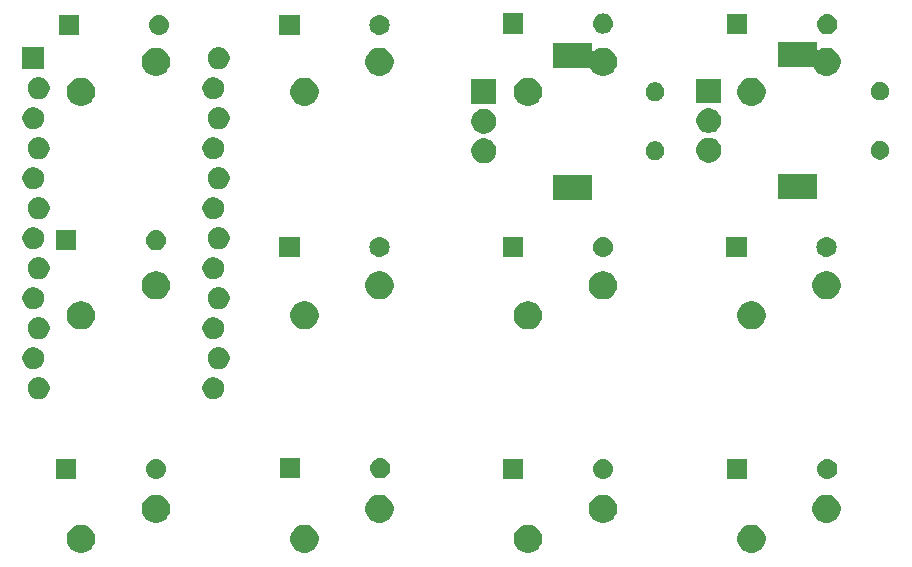
<source format=gbr>
G04 #@! TF.GenerationSoftware,KiCad,Pcbnew,(5.0.2)-1*
G04 #@! TF.CreationDate,2019-01-24T00:30:49-05:00*
G04 #@! TF.ProjectId,4x5macro,3478356d-6163-4726-9f2e-6b696361645f,rev?*
G04 #@! TF.SameCoordinates,Original*
G04 #@! TF.FileFunction,Soldermask,Top*
G04 #@! TF.FilePolarity,Negative*
%FSLAX46Y46*%
G04 Gerber Fmt 4.6, Leading zero omitted, Abs format (unit mm)*
G04 Created by KiCad (PCBNEW (5.0.2)-1) date 1/24/2019 12:30:49 AM*
%MOMM*%
%LPD*%
G01*
G04 APERTURE LIST*
%ADD10C,0.100000*%
G04 APERTURE END LIST*
D10*
G36*
X103916777Y-61145385D02*
X104134072Y-61235391D01*
X104329631Y-61366060D01*
X104495940Y-61532369D01*
X104626609Y-61727928D01*
X104716615Y-61945223D01*
X104762500Y-62175901D01*
X104762500Y-62411099D01*
X104716615Y-62641777D01*
X104626609Y-62859072D01*
X104495940Y-63054631D01*
X104329631Y-63220940D01*
X104134072Y-63351609D01*
X103916777Y-63441615D01*
X103686099Y-63487500D01*
X103450901Y-63487500D01*
X103220223Y-63441615D01*
X103002928Y-63351609D01*
X102807369Y-63220940D01*
X102641060Y-63054631D01*
X102510391Y-62859072D01*
X102420385Y-62641777D01*
X102374500Y-62411099D01*
X102374500Y-62175901D01*
X102420385Y-61945223D01*
X102510391Y-61727928D01*
X102641060Y-61532369D01*
X102807369Y-61366060D01*
X103002928Y-61235391D01*
X103220223Y-61145385D01*
X103450901Y-61099500D01*
X103686099Y-61099500D01*
X103916777Y-61145385D01*
X103916777Y-61145385D01*
G37*
G36*
X84993777Y-61145385D02*
X85211072Y-61235391D01*
X85406631Y-61366060D01*
X85572940Y-61532369D01*
X85703609Y-61727928D01*
X85793615Y-61945223D01*
X85839500Y-62175901D01*
X85839500Y-62411099D01*
X85793615Y-62641777D01*
X85703609Y-62859072D01*
X85572940Y-63054631D01*
X85406631Y-63220940D01*
X85211072Y-63351609D01*
X84993777Y-63441615D01*
X84763099Y-63487500D01*
X84527901Y-63487500D01*
X84297223Y-63441615D01*
X84079928Y-63351609D01*
X83884369Y-63220940D01*
X83718060Y-63054631D01*
X83587391Y-62859072D01*
X83497385Y-62641777D01*
X83451500Y-62411099D01*
X83451500Y-62175901D01*
X83497385Y-61945223D01*
X83587391Y-61727928D01*
X83718060Y-61532369D01*
X83884369Y-61366060D01*
X84079928Y-61235391D01*
X84297223Y-61145385D01*
X84527901Y-61099500D01*
X84763099Y-61099500D01*
X84993777Y-61145385D01*
X84993777Y-61145385D01*
G37*
G36*
X66070777Y-61145385D02*
X66288072Y-61235391D01*
X66483631Y-61366060D01*
X66649940Y-61532369D01*
X66780609Y-61727928D01*
X66870615Y-61945223D01*
X66916500Y-62175901D01*
X66916500Y-62411099D01*
X66870615Y-62641777D01*
X66780609Y-62859072D01*
X66649940Y-63054631D01*
X66483631Y-63220940D01*
X66288072Y-63351609D01*
X66070777Y-63441615D01*
X65840099Y-63487500D01*
X65604901Y-63487500D01*
X65374223Y-63441615D01*
X65156928Y-63351609D01*
X64961369Y-63220940D01*
X64795060Y-63054631D01*
X64664391Y-62859072D01*
X64574385Y-62641777D01*
X64528500Y-62411099D01*
X64528500Y-62175901D01*
X64574385Y-61945223D01*
X64664391Y-61727928D01*
X64795060Y-61532369D01*
X64961369Y-61366060D01*
X65156928Y-61235391D01*
X65374223Y-61145385D01*
X65604901Y-61099500D01*
X65840099Y-61099500D01*
X66070777Y-61145385D01*
X66070777Y-61145385D01*
G37*
G36*
X47147777Y-61145385D02*
X47365072Y-61235391D01*
X47560631Y-61366060D01*
X47726940Y-61532369D01*
X47857609Y-61727928D01*
X47947615Y-61945223D01*
X47993500Y-62175901D01*
X47993500Y-62411099D01*
X47947615Y-62641777D01*
X47857609Y-62859072D01*
X47726940Y-63054631D01*
X47560631Y-63220940D01*
X47365072Y-63351609D01*
X47147777Y-63441615D01*
X46917099Y-63487500D01*
X46681901Y-63487500D01*
X46451223Y-63441615D01*
X46233928Y-63351609D01*
X46038369Y-63220940D01*
X45872060Y-63054631D01*
X45741391Y-62859072D01*
X45651385Y-62641777D01*
X45605500Y-62411099D01*
X45605500Y-62175901D01*
X45651385Y-61945223D01*
X45741391Y-61727928D01*
X45872060Y-61532369D01*
X46038369Y-61366060D01*
X46233928Y-61235391D01*
X46451223Y-61145385D01*
X46681901Y-61099500D01*
X46917099Y-61099500D01*
X47147777Y-61145385D01*
X47147777Y-61145385D01*
G37*
G36*
X53497777Y-58605385D02*
X53715072Y-58695391D01*
X53910631Y-58826060D01*
X54076940Y-58992369D01*
X54207609Y-59187928D01*
X54297615Y-59405223D01*
X54343500Y-59635901D01*
X54343500Y-59871099D01*
X54297615Y-60101777D01*
X54207609Y-60319072D01*
X54076940Y-60514631D01*
X53910631Y-60680940D01*
X53715072Y-60811609D01*
X53497777Y-60901615D01*
X53267099Y-60947500D01*
X53031901Y-60947500D01*
X52801223Y-60901615D01*
X52583928Y-60811609D01*
X52388369Y-60680940D01*
X52222060Y-60514631D01*
X52091391Y-60319072D01*
X52001385Y-60101777D01*
X51955500Y-59871099D01*
X51955500Y-59635901D01*
X52001385Y-59405223D01*
X52091391Y-59187928D01*
X52222060Y-58992369D01*
X52388369Y-58826060D01*
X52583928Y-58695391D01*
X52801223Y-58605385D01*
X53031901Y-58559500D01*
X53267099Y-58559500D01*
X53497777Y-58605385D01*
X53497777Y-58605385D01*
G37*
G36*
X72420777Y-58605385D02*
X72638072Y-58695391D01*
X72833631Y-58826060D01*
X72999940Y-58992369D01*
X73130609Y-59187928D01*
X73220615Y-59405223D01*
X73266500Y-59635901D01*
X73266500Y-59871099D01*
X73220615Y-60101777D01*
X73130609Y-60319072D01*
X72999940Y-60514631D01*
X72833631Y-60680940D01*
X72638072Y-60811609D01*
X72420777Y-60901615D01*
X72190099Y-60947500D01*
X71954901Y-60947500D01*
X71724223Y-60901615D01*
X71506928Y-60811609D01*
X71311369Y-60680940D01*
X71145060Y-60514631D01*
X71014391Y-60319072D01*
X70924385Y-60101777D01*
X70878500Y-59871099D01*
X70878500Y-59635901D01*
X70924385Y-59405223D01*
X71014391Y-59187928D01*
X71145060Y-58992369D01*
X71311369Y-58826060D01*
X71506928Y-58695391D01*
X71724223Y-58605385D01*
X71954901Y-58559500D01*
X72190099Y-58559500D01*
X72420777Y-58605385D01*
X72420777Y-58605385D01*
G37*
G36*
X110266777Y-58605385D02*
X110484072Y-58695391D01*
X110679631Y-58826060D01*
X110845940Y-58992369D01*
X110976609Y-59187928D01*
X111066615Y-59405223D01*
X111112500Y-59635901D01*
X111112500Y-59871099D01*
X111066615Y-60101777D01*
X110976609Y-60319072D01*
X110845940Y-60514631D01*
X110679631Y-60680940D01*
X110484072Y-60811609D01*
X110266777Y-60901615D01*
X110036099Y-60947500D01*
X109800901Y-60947500D01*
X109570223Y-60901615D01*
X109352928Y-60811609D01*
X109157369Y-60680940D01*
X108991060Y-60514631D01*
X108860391Y-60319072D01*
X108770385Y-60101777D01*
X108724500Y-59871099D01*
X108724500Y-59635901D01*
X108770385Y-59405223D01*
X108860391Y-59187928D01*
X108991060Y-58992369D01*
X109157369Y-58826060D01*
X109352928Y-58695391D01*
X109570223Y-58605385D01*
X109800901Y-58559500D01*
X110036099Y-58559500D01*
X110266777Y-58605385D01*
X110266777Y-58605385D01*
G37*
G36*
X91343777Y-58605385D02*
X91561072Y-58695391D01*
X91756631Y-58826060D01*
X91922940Y-58992369D01*
X92053609Y-59187928D01*
X92143615Y-59405223D01*
X92189500Y-59635901D01*
X92189500Y-59871099D01*
X92143615Y-60101777D01*
X92053609Y-60319072D01*
X91922940Y-60514631D01*
X91756631Y-60680940D01*
X91561072Y-60811609D01*
X91343777Y-60901615D01*
X91113099Y-60947500D01*
X90877901Y-60947500D01*
X90647223Y-60901615D01*
X90429928Y-60811609D01*
X90234369Y-60680940D01*
X90068060Y-60514631D01*
X89937391Y-60319072D01*
X89847385Y-60101777D01*
X89801500Y-59871099D01*
X89801500Y-59635901D01*
X89847385Y-59405223D01*
X89937391Y-59187928D01*
X90068060Y-58992369D01*
X90234369Y-58826060D01*
X90429928Y-58695391D01*
X90647223Y-58605385D01*
X90877901Y-58559500D01*
X91113099Y-58559500D01*
X91343777Y-58605385D01*
X91343777Y-58605385D01*
G37*
G36*
X84226500Y-57239000D02*
X82524500Y-57239000D01*
X82524500Y-55537000D01*
X84226500Y-55537000D01*
X84226500Y-57239000D01*
X84226500Y-57239000D01*
G37*
G36*
X46380500Y-57239000D02*
X44678500Y-57239000D01*
X44678500Y-55537000D01*
X46380500Y-55537000D01*
X46380500Y-57239000D01*
X46380500Y-57239000D01*
G37*
G36*
X53316321Y-55549313D02*
X53316324Y-55549314D01*
X53316325Y-55549314D01*
X53476739Y-55597975D01*
X53476741Y-55597976D01*
X53476744Y-55597977D01*
X53624578Y-55676995D01*
X53754159Y-55783341D01*
X53860505Y-55912922D01*
X53939523Y-56060756D01*
X53939524Y-56060759D01*
X53939525Y-56060761D01*
X53988186Y-56221175D01*
X53988187Y-56221179D01*
X54004617Y-56388000D01*
X53988187Y-56554821D01*
X53939523Y-56715244D01*
X53860505Y-56863078D01*
X53754159Y-56992659D01*
X53624578Y-57099005D01*
X53476744Y-57178023D01*
X53476741Y-57178024D01*
X53476739Y-57178025D01*
X53316325Y-57226686D01*
X53316324Y-57226686D01*
X53316321Y-57226687D01*
X53191304Y-57239000D01*
X53107696Y-57239000D01*
X52982679Y-57226687D01*
X52982676Y-57226686D01*
X52982675Y-57226686D01*
X52822261Y-57178025D01*
X52822259Y-57178024D01*
X52822256Y-57178023D01*
X52674422Y-57099005D01*
X52544841Y-56992659D01*
X52438495Y-56863078D01*
X52359477Y-56715244D01*
X52310813Y-56554821D01*
X52294383Y-56388000D01*
X52310813Y-56221179D01*
X52310814Y-56221175D01*
X52359475Y-56060761D01*
X52359476Y-56060759D01*
X52359477Y-56060756D01*
X52438495Y-55912922D01*
X52544841Y-55783341D01*
X52674422Y-55676995D01*
X52822256Y-55597977D01*
X52822259Y-55597976D01*
X52822261Y-55597975D01*
X52982675Y-55549314D01*
X52982676Y-55549314D01*
X52982679Y-55549313D01*
X53107696Y-55537000D01*
X53191304Y-55537000D01*
X53316321Y-55549313D01*
X53316321Y-55549313D01*
G37*
G36*
X103213000Y-57239000D02*
X101511000Y-57239000D01*
X101511000Y-55537000D01*
X103213000Y-55537000D01*
X103213000Y-57239000D01*
X103213000Y-57239000D01*
G37*
G36*
X110148821Y-55549313D02*
X110148824Y-55549314D01*
X110148825Y-55549314D01*
X110309239Y-55597975D01*
X110309241Y-55597976D01*
X110309244Y-55597977D01*
X110457078Y-55676995D01*
X110586659Y-55783341D01*
X110693005Y-55912922D01*
X110772023Y-56060756D01*
X110772024Y-56060759D01*
X110772025Y-56060761D01*
X110820686Y-56221175D01*
X110820687Y-56221179D01*
X110837117Y-56388000D01*
X110820687Y-56554821D01*
X110772023Y-56715244D01*
X110693005Y-56863078D01*
X110586659Y-56992659D01*
X110457078Y-57099005D01*
X110309244Y-57178023D01*
X110309241Y-57178024D01*
X110309239Y-57178025D01*
X110148825Y-57226686D01*
X110148824Y-57226686D01*
X110148821Y-57226687D01*
X110023804Y-57239000D01*
X109940196Y-57239000D01*
X109815179Y-57226687D01*
X109815176Y-57226686D01*
X109815175Y-57226686D01*
X109654761Y-57178025D01*
X109654759Y-57178024D01*
X109654756Y-57178023D01*
X109506922Y-57099005D01*
X109377341Y-56992659D01*
X109270995Y-56863078D01*
X109191977Y-56715244D01*
X109143313Y-56554821D01*
X109126883Y-56388000D01*
X109143313Y-56221179D01*
X109143314Y-56221175D01*
X109191975Y-56060761D01*
X109191976Y-56060759D01*
X109191977Y-56060756D01*
X109270995Y-55912922D01*
X109377341Y-55783341D01*
X109506922Y-55676995D01*
X109654756Y-55597977D01*
X109654759Y-55597976D01*
X109654761Y-55597975D01*
X109815175Y-55549314D01*
X109815176Y-55549314D01*
X109815179Y-55549313D01*
X109940196Y-55537000D01*
X110023804Y-55537000D01*
X110148821Y-55549313D01*
X110148821Y-55549313D01*
G37*
G36*
X91162321Y-55549313D02*
X91162324Y-55549314D01*
X91162325Y-55549314D01*
X91322739Y-55597975D01*
X91322741Y-55597976D01*
X91322744Y-55597977D01*
X91470578Y-55676995D01*
X91600159Y-55783341D01*
X91706505Y-55912922D01*
X91785523Y-56060756D01*
X91785524Y-56060759D01*
X91785525Y-56060761D01*
X91834186Y-56221175D01*
X91834187Y-56221179D01*
X91850617Y-56388000D01*
X91834187Y-56554821D01*
X91785523Y-56715244D01*
X91706505Y-56863078D01*
X91600159Y-56992659D01*
X91470578Y-57099005D01*
X91322744Y-57178023D01*
X91322741Y-57178024D01*
X91322739Y-57178025D01*
X91162325Y-57226686D01*
X91162324Y-57226686D01*
X91162321Y-57226687D01*
X91037304Y-57239000D01*
X90953696Y-57239000D01*
X90828679Y-57226687D01*
X90828676Y-57226686D01*
X90828675Y-57226686D01*
X90668261Y-57178025D01*
X90668259Y-57178024D01*
X90668256Y-57178023D01*
X90520422Y-57099005D01*
X90390841Y-56992659D01*
X90284495Y-56863078D01*
X90205477Y-56715244D01*
X90156813Y-56554821D01*
X90140383Y-56388000D01*
X90156813Y-56221179D01*
X90156814Y-56221175D01*
X90205475Y-56060761D01*
X90205476Y-56060759D01*
X90205477Y-56060756D01*
X90284495Y-55912922D01*
X90390841Y-55783341D01*
X90520422Y-55676995D01*
X90668256Y-55597977D01*
X90668259Y-55597976D01*
X90668261Y-55597975D01*
X90828675Y-55549314D01*
X90828676Y-55549314D01*
X90828679Y-55549313D01*
X90953696Y-55537000D01*
X91037304Y-55537000D01*
X91162321Y-55549313D01*
X91162321Y-55549313D01*
G37*
G36*
X65367000Y-57175500D02*
X63665000Y-57175500D01*
X63665000Y-55473500D01*
X65367000Y-55473500D01*
X65367000Y-57175500D01*
X65367000Y-57175500D01*
G37*
G36*
X72302821Y-55485813D02*
X72302824Y-55485814D01*
X72302825Y-55485814D01*
X72463239Y-55534475D01*
X72463241Y-55534476D01*
X72463244Y-55534477D01*
X72611078Y-55613495D01*
X72740659Y-55719841D01*
X72847005Y-55849422D01*
X72926023Y-55997256D01*
X72974687Y-56157679D01*
X72991117Y-56324500D01*
X72974687Y-56491321D01*
X72974686Y-56491324D01*
X72974686Y-56491325D01*
X72955424Y-56554825D01*
X72926023Y-56651744D01*
X72847005Y-56799578D01*
X72740659Y-56929159D01*
X72611078Y-57035505D01*
X72463244Y-57114523D01*
X72463241Y-57114524D01*
X72463239Y-57114525D01*
X72302825Y-57163186D01*
X72302824Y-57163186D01*
X72302821Y-57163187D01*
X72177804Y-57175500D01*
X72094196Y-57175500D01*
X71969179Y-57163187D01*
X71969176Y-57163186D01*
X71969175Y-57163186D01*
X71808761Y-57114525D01*
X71808759Y-57114524D01*
X71808756Y-57114523D01*
X71660922Y-57035505D01*
X71531341Y-56929159D01*
X71424995Y-56799578D01*
X71345977Y-56651744D01*
X71316577Y-56554825D01*
X71297314Y-56491325D01*
X71297314Y-56491324D01*
X71297313Y-56491321D01*
X71280883Y-56324500D01*
X71297313Y-56157679D01*
X71345977Y-55997256D01*
X71424995Y-55849422D01*
X71531341Y-55719841D01*
X71660922Y-55613495D01*
X71808756Y-55534477D01*
X71808759Y-55534476D01*
X71808761Y-55534475D01*
X71969175Y-55485814D01*
X71969176Y-55485814D01*
X71969179Y-55485813D01*
X72094196Y-55473500D01*
X72177804Y-55473500D01*
X72302821Y-55485813D01*
X72302821Y-55485813D01*
G37*
G36*
X43399007Y-48620517D02*
X43488583Y-48638335D01*
X43657341Y-48708237D01*
X43657342Y-48708238D01*
X43809222Y-48809721D01*
X43938379Y-48938878D01*
X43938381Y-48938881D01*
X44039863Y-49090759D01*
X44109765Y-49259517D01*
X44145400Y-49438669D01*
X44145400Y-49621331D01*
X44109765Y-49800483D01*
X44039863Y-49969241D01*
X44039862Y-49969242D01*
X43938379Y-50121122D01*
X43809222Y-50250279D01*
X43809219Y-50250281D01*
X43657341Y-50351763D01*
X43488583Y-50421665D01*
X43399007Y-50439483D01*
X43309433Y-50457300D01*
X43126767Y-50457300D01*
X43037193Y-50439483D01*
X42947617Y-50421665D01*
X42778859Y-50351763D01*
X42626981Y-50250281D01*
X42626978Y-50250279D01*
X42497821Y-50121122D01*
X42396338Y-49969242D01*
X42396337Y-49969241D01*
X42326435Y-49800483D01*
X42290800Y-49621331D01*
X42290800Y-49438669D01*
X42326435Y-49259517D01*
X42396337Y-49090759D01*
X42497819Y-48938881D01*
X42497821Y-48938878D01*
X42626978Y-48809721D01*
X42778858Y-48708238D01*
X42778859Y-48708237D01*
X42947617Y-48638335D01*
X43037193Y-48620518D01*
X43126767Y-48602700D01*
X43309433Y-48602700D01*
X43399007Y-48620517D01*
X43399007Y-48620517D01*
G37*
G36*
X58181807Y-48620517D02*
X58271383Y-48638335D01*
X58440141Y-48708237D01*
X58440142Y-48708238D01*
X58592022Y-48809721D01*
X58721179Y-48938878D01*
X58721181Y-48938881D01*
X58822663Y-49090759D01*
X58892565Y-49259517D01*
X58928200Y-49438669D01*
X58928200Y-49621331D01*
X58892565Y-49800483D01*
X58822663Y-49969241D01*
X58822662Y-49969242D01*
X58721179Y-50121122D01*
X58592022Y-50250279D01*
X58592019Y-50250281D01*
X58440141Y-50351763D01*
X58271383Y-50421665D01*
X58181807Y-50439483D01*
X58092233Y-50457300D01*
X57909567Y-50457300D01*
X57819993Y-50439483D01*
X57730417Y-50421665D01*
X57561659Y-50351763D01*
X57409781Y-50250281D01*
X57409778Y-50250279D01*
X57280621Y-50121122D01*
X57179138Y-49969242D01*
X57179137Y-49969241D01*
X57109235Y-49800483D01*
X57073600Y-49621331D01*
X57073600Y-49438669D01*
X57109235Y-49259517D01*
X57179137Y-49090759D01*
X57280619Y-48938881D01*
X57280621Y-48938878D01*
X57409778Y-48809721D01*
X57561658Y-48708238D01*
X57561659Y-48708237D01*
X57730417Y-48638335D01*
X57819993Y-48620518D01*
X57909567Y-48602700D01*
X58092233Y-48602700D01*
X58181807Y-48620517D01*
X58181807Y-48620517D01*
G37*
G36*
X58639007Y-46080518D02*
X58728583Y-46098335D01*
X58897341Y-46168237D01*
X58897342Y-46168238D01*
X59049222Y-46269721D01*
X59178379Y-46398878D01*
X59178381Y-46398881D01*
X59279863Y-46550759D01*
X59349765Y-46719517D01*
X59385400Y-46898669D01*
X59385400Y-47081331D01*
X59349765Y-47260483D01*
X59279863Y-47429241D01*
X59279862Y-47429242D01*
X59178379Y-47581122D01*
X59049222Y-47710279D01*
X59049219Y-47710281D01*
X58897341Y-47811763D01*
X58728583Y-47881665D01*
X58639007Y-47899483D01*
X58549433Y-47917300D01*
X58366767Y-47917300D01*
X58277193Y-47899483D01*
X58187617Y-47881665D01*
X58018859Y-47811763D01*
X57866981Y-47710281D01*
X57866978Y-47710279D01*
X57737821Y-47581122D01*
X57636338Y-47429242D01*
X57636337Y-47429241D01*
X57566435Y-47260483D01*
X57530800Y-47081331D01*
X57530800Y-46898669D01*
X57566435Y-46719517D01*
X57636337Y-46550759D01*
X57737819Y-46398881D01*
X57737821Y-46398878D01*
X57866978Y-46269721D01*
X58018858Y-46168238D01*
X58018859Y-46168237D01*
X58187617Y-46098335D01*
X58277193Y-46080518D01*
X58366767Y-46062700D01*
X58549433Y-46062700D01*
X58639007Y-46080518D01*
X58639007Y-46080518D01*
G37*
G36*
X42941807Y-46080518D02*
X43031383Y-46098335D01*
X43200141Y-46168237D01*
X43200142Y-46168238D01*
X43352022Y-46269721D01*
X43481179Y-46398878D01*
X43481181Y-46398881D01*
X43582663Y-46550759D01*
X43652565Y-46719517D01*
X43688200Y-46898669D01*
X43688200Y-47081331D01*
X43652565Y-47260483D01*
X43582663Y-47429241D01*
X43582662Y-47429242D01*
X43481179Y-47581122D01*
X43352022Y-47710279D01*
X43352019Y-47710281D01*
X43200141Y-47811763D01*
X43031383Y-47881665D01*
X42941807Y-47899483D01*
X42852233Y-47917300D01*
X42669567Y-47917300D01*
X42579993Y-47899483D01*
X42490417Y-47881665D01*
X42321659Y-47811763D01*
X42169781Y-47710281D01*
X42169778Y-47710279D01*
X42040621Y-47581122D01*
X41939138Y-47429242D01*
X41939137Y-47429241D01*
X41869235Y-47260483D01*
X41833600Y-47081331D01*
X41833600Y-46898669D01*
X41869235Y-46719517D01*
X41939137Y-46550759D01*
X42040619Y-46398881D01*
X42040621Y-46398878D01*
X42169778Y-46269721D01*
X42321658Y-46168238D01*
X42321659Y-46168237D01*
X42490417Y-46098335D01*
X42579993Y-46080518D01*
X42669567Y-46062700D01*
X42852233Y-46062700D01*
X42941807Y-46080518D01*
X42941807Y-46080518D01*
G37*
G36*
X58181807Y-43540518D02*
X58271383Y-43558335D01*
X58440141Y-43628237D01*
X58440142Y-43628238D01*
X58592022Y-43729721D01*
X58721179Y-43858878D01*
X58721181Y-43858881D01*
X58822663Y-44010759D01*
X58892565Y-44179517D01*
X58892565Y-44179519D01*
X58928200Y-44358667D01*
X58928200Y-44541333D01*
X58910382Y-44630907D01*
X58892565Y-44720483D01*
X58822663Y-44889241D01*
X58822662Y-44889242D01*
X58721179Y-45041122D01*
X58592022Y-45170279D01*
X58592019Y-45170281D01*
X58440141Y-45271763D01*
X58271383Y-45341665D01*
X58181807Y-45359483D01*
X58092233Y-45377300D01*
X57909567Y-45377300D01*
X57819993Y-45359483D01*
X57730417Y-45341665D01*
X57561659Y-45271763D01*
X57409781Y-45170281D01*
X57409778Y-45170279D01*
X57280621Y-45041122D01*
X57179138Y-44889242D01*
X57179137Y-44889241D01*
X57109235Y-44720483D01*
X57091417Y-44630907D01*
X57073600Y-44541333D01*
X57073600Y-44358667D01*
X57109235Y-44179519D01*
X57109235Y-44179517D01*
X57179137Y-44010759D01*
X57280619Y-43858881D01*
X57280621Y-43858878D01*
X57409778Y-43729721D01*
X57561658Y-43628238D01*
X57561659Y-43628237D01*
X57730417Y-43558335D01*
X57819993Y-43540518D01*
X57909567Y-43522700D01*
X58092233Y-43522700D01*
X58181807Y-43540518D01*
X58181807Y-43540518D01*
G37*
G36*
X43399007Y-43540518D02*
X43488583Y-43558335D01*
X43657341Y-43628237D01*
X43657342Y-43628238D01*
X43809222Y-43729721D01*
X43938379Y-43858878D01*
X43938381Y-43858881D01*
X44039863Y-44010759D01*
X44109765Y-44179517D01*
X44109765Y-44179519D01*
X44145400Y-44358667D01*
X44145400Y-44541333D01*
X44127583Y-44630907D01*
X44109765Y-44720483D01*
X44039863Y-44889241D01*
X44039862Y-44889242D01*
X43938379Y-45041122D01*
X43809222Y-45170279D01*
X43809219Y-45170281D01*
X43657341Y-45271763D01*
X43488583Y-45341665D01*
X43399007Y-45359483D01*
X43309433Y-45377300D01*
X43126767Y-45377300D01*
X43037193Y-45359483D01*
X42947617Y-45341665D01*
X42778859Y-45271763D01*
X42626981Y-45170281D01*
X42626978Y-45170279D01*
X42497821Y-45041122D01*
X42396338Y-44889242D01*
X42396337Y-44889241D01*
X42326435Y-44720483D01*
X42308617Y-44630907D01*
X42290800Y-44541333D01*
X42290800Y-44358667D01*
X42326435Y-44179519D01*
X42326435Y-44179517D01*
X42396337Y-44010759D01*
X42497819Y-43858881D01*
X42497821Y-43858878D01*
X42626978Y-43729721D01*
X42778858Y-43628238D01*
X42778859Y-43628237D01*
X42947617Y-43558335D01*
X43037193Y-43540518D01*
X43126767Y-43522700D01*
X43309433Y-43522700D01*
X43399007Y-43540518D01*
X43399007Y-43540518D01*
G37*
G36*
X47147777Y-42222385D02*
X47365072Y-42312391D01*
X47560631Y-42443060D01*
X47726940Y-42609369D01*
X47857609Y-42804928D01*
X47947615Y-43022223D01*
X47993500Y-43252901D01*
X47993500Y-43488099D01*
X47947615Y-43718777D01*
X47857609Y-43936072D01*
X47726940Y-44131631D01*
X47560631Y-44297940D01*
X47365072Y-44428609D01*
X47147777Y-44518615D01*
X46917099Y-44564500D01*
X46681901Y-44564500D01*
X46451223Y-44518615D01*
X46233928Y-44428609D01*
X46038369Y-44297940D01*
X45872060Y-44131631D01*
X45741391Y-43936072D01*
X45651385Y-43718777D01*
X45605500Y-43488099D01*
X45605500Y-43252901D01*
X45651385Y-43022223D01*
X45741391Y-42804928D01*
X45872060Y-42609369D01*
X46038369Y-42443060D01*
X46233928Y-42312391D01*
X46451223Y-42222385D01*
X46681901Y-42176500D01*
X46917099Y-42176500D01*
X47147777Y-42222385D01*
X47147777Y-42222385D01*
G37*
G36*
X84993777Y-42222385D02*
X85211072Y-42312391D01*
X85406631Y-42443060D01*
X85572940Y-42609369D01*
X85703609Y-42804928D01*
X85793615Y-43022223D01*
X85839500Y-43252901D01*
X85839500Y-43488099D01*
X85793615Y-43718777D01*
X85703609Y-43936072D01*
X85572940Y-44131631D01*
X85406631Y-44297940D01*
X85211072Y-44428609D01*
X84993777Y-44518615D01*
X84763099Y-44564500D01*
X84527901Y-44564500D01*
X84297223Y-44518615D01*
X84079928Y-44428609D01*
X83884369Y-44297940D01*
X83718060Y-44131631D01*
X83587391Y-43936072D01*
X83497385Y-43718777D01*
X83451500Y-43488099D01*
X83451500Y-43252901D01*
X83497385Y-43022223D01*
X83587391Y-42804928D01*
X83718060Y-42609369D01*
X83884369Y-42443060D01*
X84079928Y-42312391D01*
X84297223Y-42222385D01*
X84527901Y-42176500D01*
X84763099Y-42176500D01*
X84993777Y-42222385D01*
X84993777Y-42222385D01*
G37*
G36*
X103916777Y-42222385D02*
X104134072Y-42312391D01*
X104329631Y-42443060D01*
X104495940Y-42609369D01*
X104626609Y-42804928D01*
X104716615Y-43022223D01*
X104762500Y-43252901D01*
X104762500Y-43488099D01*
X104716615Y-43718777D01*
X104626609Y-43936072D01*
X104495940Y-44131631D01*
X104329631Y-44297940D01*
X104134072Y-44428609D01*
X103916777Y-44518615D01*
X103686099Y-44564500D01*
X103450901Y-44564500D01*
X103220223Y-44518615D01*
X103002928Y-44428609D01*
X102807369Y-44297940D01*
X102641060Y-44131631D01*
X102510391Y-43936072D01*
X102420385Y-43718777D01*
X102374500Y-43488099D01*
X102374500Y-43252901D01*
X102420385Y-43022223D01*
X102510391Y-42804928D01*
X102641060Y-42609369D01*
X102807369Y-42443060D01*
X103002928Y-42312391D01*
X103220223Y-42222385D01*
X103450901Y-42176500D01*
X103686099Y-42176500D01*
X103916777Y-42222385D01*
X103916777Y-42222385D01*
G37*
G36*
X66070777Y-42222385D02*
X66288072Y-42312391D01*
X66483631Y-42443060D01*
X66649940Y-42609369D01*
X66780609Y-42804928D01*
X66870615Y-43022223D01*
X66916500Y-43252901D01*
X66916500Y-43488099D01*
X66870615Y-43718777D01*
X66780609Y-43936072D01*
X66649940Y-44131631D01*
X66483631Y-44297940D01*
X66288072Y-44428609D01*
X66070777Y-44518615D01*
X65840099Y-44564500D01*
X65604901Y-44564500D01*
X65374223Y-44518615D01*
X65156928Y-44428609D01*
X64961369Y-44297940D01*
X64795060Y-44131631D01*
X64664391Y-43936072D01*
X64574385Y-43718777D01*
X64528500Y-43488099D01*
X64528500Y-43252901D01*
X64574385Y-43022223D01*
X64664391Y-42804928D01*
X64795060Y-42609369D01*
X64961369Y-42443060D01*
X65156928Y-42312391D01*
X65374223Y-42222385D01*
X65604901Y-42176500D01*
X65840099Y-42176500D01*
X66070777Y-42222385D01*
X66070777Y-42222385D01*
G37*
G36*
X58639007Y-41000517D02*
X58728583Y-41018335D01*
X58897341Y-41088237D01*
X58897342Y-41088238D01*
X59049222Y-41189721D01*
X59178379Y-41318878D01*
X59178381Y-41318881D01*
X59279863Y-41470759D01*
X59349765Y-41639517D01*
X59349765Y-41639519D01*
X59385400Y-41818667D01*
X59385400Y-42001333D01*
X59367583Y-42090907D01*
X59349765Y-42180483D01*
X59279863Y-42349241D01*
X59279862Y-42349242D01*
X59178379Y-42501122D01*
X59049222Y-42630279D01*
X59049219Y-42630281D01*
X58897341Y-42731763D01*
X58728583Y-42801665D01*
X58639007Y-42819482D01*
X58549433Y-42837300D01*
X58366767Y-42837300D01*
X58277193Y-42819482D01*
X58187617Y-42801665D01*
X58018859Y-42731763D01*
X57866981Y-42630281D01*
X57866978Y-42630279D01*
X57737821Y-42501122D01*
X57636338Y-42349242D01*
X57636337Y-42349241D01*
X57566435Y-42180483D01*
X57548618Y-42090907D01*
X57530800Y-42001333D01*
X57530800Y-41818667D01*
X57566435Y-41639519D01*
X57566435Y-41639517D01*
X57636337Y-41470759D01*
X57737819Y-41318881D01*
X57737821Y-41318878D01*
X57866978Y-41189721D01*
X58018858Y-41088238D01*
X58018859Y-41088237D01*
X58187617Y-41018335D01*
X58277193Y-41000517D01*
X58366767Y-40982700D01*
X58549433Y-40982700D01*
X58639007Y-41000517D01*
X58639007Y-41000517D01*
G37*
G36*
X42941807Y-41000517D02*
X43031383Y-41018335D01*
X43200141Y-41088237D01*
X43200142Y-41088238D01*
X43352022Y-41189721D01*
X43481179Y-41318878D01*
X43481181Y-41318881D01*
X43582663Y-41470759D01*
X43652565Y-41639517D01*
X43652565Y-41639519D01*
X43688200Y-41818667D01*
X43688200Y-42001333D01*
X43670382Y-42090907D01*
X43652565Y-42180483D01*
X43582663Y-42349241D01*
X43582662Y-42349242D01*
X43481179Y-42501122D01*
X43352022Y-42630279D01*
X43352019Y-42630281D01*
X43200141Y-42731763D01*
X43031383Y-42801665D01*
X42941807Y-42819482D01*
X42852233Y-42837300D01*
X42669567Y-42837300D01*
X42579993Y-42819482D01*
X42490417Y-42801665D01*
X42321659Y-42731763D01*
X42169781Y-42630281D01*
X42169778Y-42630279D01*
X42040621Y-42501122D01*
X41939138Y-42349242D01*
X41939137Y-42349241D01*
X41869235Y-42180483D01*
X41851418Y-42090907D01*
X41833600Y-42001333D01*
X41833600Y-41818667D01*
X41869235Y-41639519D01*
X41869235Y-41639517D01*
X41939137Y-41470759D01*
X42040619Y-41318881D01*
X42040621Y-41318878D01*
X42169778Y-41189721D01*
X42321658Y-41088238D01*
X42321659Y-41088237D01*
X42490417Y-41018335D01*
X42579993Y-41000517D01*
X42669567Y-40982700D01*
X42852233Y-40982700D01*
X42941807Y-41000517D01*
X42941807Y-41000517D01*
G37*
G36*
X72420777Y-39682385D02*
X72638072Y-39772391D01*
X72833631Y-39903060D01*
X72999940Y-40069369D01*
X73130609Y-40264928D01*
X73220615Y-40482223D01*
X73266500Y-40712901D01*
X73266500Y-40948099D01*
X73220615Y-41178777D01*
X73130609Y-41396072D01*
X72999940Y-41591631D01*
X72833631Y-41757940D01*
X72638072Y-41888609D01*
X72420777Y-41978615D01*
X72190099Y-42024500D01*
X71954901Y-42024500D01*
X71724223Y-41978615D01*
X71506928Y-41888609D01*
X71311369Y-41757940D01*
X71145060Y-41591631D01*
X71014391Y-41396072D01*
X70924385Y-41178777D01*
X70878500Y-40948099D01*
X70878500Y-40712901D01*
X70924385Y-40482223D01*
X71014391Y-40264928D01*
X71145060Y-40069369D01*
X71311369Y-39903060D01*
X71506928Y-39772391D01*
X71724223Y-39682385D01*
X71954901Y-39636500D01*
X72190099Y-39636500D01*
X72420777Y-39682385D01*
X72420777Y-39682385D01*
G37*
G36*
X53497777Y-39682385D02*
X53715072Y-39772391D01*
X53910631Y-39903060D01*
X54076940Y-40069369D01*
X54207609Y-40264928D01*
X54297615Y-40482223D01*
X54343500Y-40712901D01*
X54343500Y-40948099D01*
X54297615Y-41178777D01*
X54207609Y-41396072D01*
X54076940Y-41591631D01*
X53910631Y-41757940D01*
X53715072Y-41888609D01*
X53497777Y-41978615D01*
X53267099Y-42024500D01*
X53031901Y-42024500D01*
X52801223Y-41978615D01*
X52583928Y-41888609D01*
X52388369Y-41757940D01*
X52222060Y-41591631D01*
X52091391Y-41396072D01*
X52001385Y-41178777D01*
X51955500Y-40948099D01*
X51955500Y-40712901D01*
X52001385Y-40482223D01*
X52091391Y-40264928D01*
X52222060Y-40069369D01*
X52388369Y-39903060D01*
X52583928Y-39772391D01*
X52801223Y-39682385D01*
X53031901Y-39636500D01*
X53267099Y-39636500D01*
X53497777Y-39682385D01*
X53497777Y-39682385D01*
G37*
G36*
X110266777Y-39682385D02*
X110484072Y-39772391D01*
X110679631Y-39903060D01*
X110845940Y-40069369D01*
X110976609Y-40264928D01*
X111066615Y-40482223D01*
X111112500Y-40712901D01*
X111112500Y-40948099D01*
X111066615Y-41178777D01*
X110976609Y-41396072D01*
X110845940Y-41591631D01*
X110679631Y-41757940D01*
X110484072Y-41888609D01*
X110266777Y-41978615D01*
X110036099Y-42024500D01*
X109800901Y-42024500D01*
X109570223Y-41978615D01*
X109352928Y-41888609D01*
X109157369Y-41757940D01*
X108991060Y-41591631D01*
X108860391Y-41396072D01*
X108770385Y-41178777D01*
X108724500Y-40948099D01*
X108724500Y-40712901D01*
X108770385Y-40482223D01*
X108860391Y-40264928D01*
X108991060Y-40069369D01*
X109157369Y-39903060D01*
X109352928Y-39772391D01*
X109570223Y-39682385D01*
X109800901Y-39636500D01*
X110036099Y-39636500D01*
X110266777Y-39682385D01*
X110266777Y-39682385D01*
G37*
G36*
X91343777Y-39682385D02*
X91561072Y-39772391D01*
X91756631Y-39903060D01*
X91922940Y-40069369D01*
X92053609Y-40264928D01*
X92143615Y-40482223D01*
X92189500Y-40712901D01*
X92189500Y-40948099D01*
X92143615Y-41178777D01*
X92053609Y-41396072D01*
X91922940Y-41591631D01*
X91756631Y-41757940D01*
X91561072Y-41888609D01*
X91343777Y-41978615D01*
X91113099Y-42024500D01*
X90877901Y-42024500D01*
X90647223Y-41978615D01*
X90429928Y-41888609D01*
X90234369Y-41757940D01*
X90068060Y-41591631D01*
X89937391Y-41396072D01*
X89847385Y-41178777D01*
X89801500Y-40948099D01*
X89801500Y-40712901D01*
X89847385Y-40482223D01*
X89937391Y-40264928D01*
X90068060Y-40069369D01*
X90234369Y-39903060D01*
X90429928Y-39772391D01*
X90647223Y-39682385D01*
X90877901Y-39636500D01*
X91113099Y-39636500D01*
X91343777Y-39682385D01*
X91343777Y-39682385D01*
G37*
G36*
X58181807Y-38460517D02*
X58271383Y-38478335D01*
X58440141Y-38548237D01*
X58440142Y-38548238D01*
X58592022Y-38649721D01*
X58721179Y-38778878D01*
X58721181Y-38778881D01*
X58822663Y-38930759D01*
X58892565Y-39099517D01*
X58928200Y-39278669D01*
X58928200Y-39461331D01*
X58892565Y-39640483D01*
X58822663Y-39809241D01*
X58822662Y-39809242D01*
X58721179Y-39961122D01*
X58592022Y-40090279D01*
X58592019Y-40090281D01*
X58440141Y-40191763D01*
X58271383Y-40261665D01*
X58181807Y-40279482D01*
X58092233Y-40297300D01*
X57909567Y-40297300D01*
X57819993Y-40279482D01*
X57730417Y-40261665D01*
X57561659Y-40191763D01*
X57409781Y-40090281D01*
X57409778Y-40090279D01*
X57280621Y-39961122D01*
X57179138Y-39809242D01*
X57179137Y-39809241D01*
X57109235Y-39640483D01*
X57073600Y-39461331D01*
X57073600Y-39278669D01*
X57109235Y-39099517D01*
X57179137Y-38930759D01*
X57280619Y-38778881D01*
X57280621Y-38778878D01*
X57409778Y-38649721D01*
X57561658Y-38548238D01*
X57561659Y-38548237D01*
X57730417Y-38478335D01*
X57819993Y-38460517D01*
X57909567Y-38442700D01*
X58092233Y-38442700D01*
X58181807Y-38460517D01*
X58181807Y-38460517D01*
G37*
G36*
X43399007Y-38460517D02*
X43488583Y-38478335D01*
X43657341Y-38548237D01*
X43657342Y-38548238D01*
X43809222Y-38649721D01*
X43938379Y-38778878D01*
X43938381Y-38778881D01*
X44039863Y-38930759D01*
X44109765Y-39099517D01*
X44145400Y-39278669D01*
X44145400Y-39461331D01*
X44109765Y-39640483D01*
X44039863Y-39809241D01*
X44039862Y-39809242D01*
X43938379Y-39961122D01*
X43809222Y-40090279D01*
X43809219Y-40090281D01*
X43657341Y-40191763D01*
X43488583Y-40261665D01*
X43399007Y-40279482D01*
X43309433Y-40297300D01*
X43126767Y-40297300D01*
X43037193Y-40279482D01*
X42947617Y-40261665D01*
X42778859Y-40191763D01*
X42626981Y-40090281D01*
X42626978Y-40090279D01*
X42497821Y-39961122D01*
X42396338Y-39809242D01*
X42396337Y-39809241D01*
X42326435Y-39640483D01*
X42290800Y-39461331D01*
X42290800Y-39278669D01*
X42326435Y-39099517D01*
X42396337Y-38930759D01*
X42497819Y-38778881D01*
X42497821Y-38778878D01*
X42626978Y-38649721D01*
X42778858Y-38548238D01*
X42778859Y-38548237D01*
X42947617Y-38478335D01*
X43037193Y-38460517D01*
X43126767Y-38442700D01*
X43309433Y-38442700D01*
X43399007Y-38460517D01*
X43399007Y-38460517D01*
G37*
G36*
X84226500Y-38443000D02*
X82524500Y-38443000D01*
X82524500Y-36741000D01*
X84226500Y-36741000D01*
X84226500Y-38443000D01*
X84226500Y-38443000D01*
G37*
G36*
X91162321Y-36753313D02*
X91162324Y-36753314D01*
X91162325Y-36753314D01*
X91322739Y-36801975D01*
X91322741Y-36801976D01*
X91322744Y-36801977D01*
X91470578Y-36880995D01*
X91600159Y-36987341D01*
X91706505Y-37116922D01*
X91785523Y-37264756D01*
X91785524Y-37264759D01*
X91785525Y-37264761D01*
X91834186Y-37425175D01*
X91834187Y-37425179D01*
X91850617Y-37592000D01*
X91834187Y-37758821D01*
X91834186Y-37758824D01*
X91834186Y-37758825D01*
X91803742Y-37859187D01*
X91785523Y-37919244D01*
X91706505Y-38067078D01*
X91600159Y-38196659D01*
X91470578Y-38303005D01*
X91322744Y-38382023D01*
X91322741Y-38382024D01*
X91322739Y-38382025D01*
X91162325Y-38430686D01*
X91162324Y-38430686D01*
X91162321Y-38430687D01*
X91037304Y-38443000D01*
X90953696Y-38443000D01*
X90828679Y-38430687D01*
X90828676Y-38430686D01*
X90828675Y-38430686D01*
X90668261Y-38382025D01*
X90668259Y-38382024D01*
X90668256Y-38382023D01*
X90520422Y-38303005D01*
X90390841Y-38196659D01*
X90284495Y-38067078D01*
X90205477Y-37919244D01*
X90187259Y-37859187D01*
X90156814Y-37758825D01*
X90156814Y-37758824D01*
X90156813Y-37758821D01*
X90140383Y-37592000D01*
X90156813Y-37425179D01*
X90156814Y-37425175D01*
X90205475Y-37264761D01*
X90205476Y-37264759D01*
X90205477Y-37264756D01*
X90284495Y-37116922D01*
X90390841Y-36987341D01*
X90520422Y-36880995D01*
X90668256Y-36801977D01*
X90668259Y-36801976D01*
X90668261Y-36801975D01*
X90828675Y-36753314D01*
X90828676Y-36753314D01*
X90828679Y-36753313D01*
X90953696Y-36741000D01*
X91037304Y-36741000D01*
X91162321Y-36753313D01*
X91162321Y-36753313D01*
G37*
G36*
X103149500Y-38443000D02*
X101447500Y-38443000D01*
X101447500Y-36741000D01*
X103149500Y-36741000D01*
X103149500Y-38443000D01*
X103149500Y-38443000D01*
G37*
G36*
X110085321Y-36753313D02*
X110085324Y-36753314D01*
X110085325Y-36753314D01*
X110245739Y-36801975D01*
X110245741Y-36801976D01*
X110245744Y-36801977D01*
X110393578Y-36880995D01*
X110523159Y-36987341D01*
X110629505Y-37116922D01*
X110708523Y-37264756D01*
X110708524Y-37264759D01*
X110708525Y-37264761D01*
X110757186Y-37425175D01*
X110757187Y-37425179D01*
X110773617Y-37592000D01*
X110757187Y-37758821D01*
X110757186Y-37758824D01*
X110757186Y-37758825D01*
X110726742Y-37859187D01*
X110708523Y-37919244D01*
X110629505Y-38067078D01*
X110523159Y-38196659D01*
X110393578Y-38303005D01*
X110245744Y-38382023D01*
X110245741Y-38382024D01*
X110245739Y-38382025D01*
X110085325Y-38430686D01*
X110085324Y-38430686D01*
X110085321Y-38430687D01*
X109960304Y-38443000D01*
X109876696Y-38443000D01*
X109751679Y-38430687D01*
X109751676Y-38430686D01*
X109751675Y-38430686D01*
X109591261Y-38382025D01*
X109591259Y-38382024D01*
X109591256Y-38382023D01*
X109443422Y-38303005D01*
X109313841Y-38196659D01*
X109207495Y-38067078D01*
X109128477Y-37919244D01*
X109110259Y-37859187D01*
X109079814Y-37758825D01*
X109079814Y-37758824D01*
X109079813Y-37758821D01*
X109063383Y-37592000D01*
X109079813Y-37425179D01*
X109079814Y-37425175D01*
X109128475Y-37264761D01*
X109128476Y-37264759D01*
X109128477Y-37264756D01*
X109207495Y-37116922D01*
X109313841Y-36987341D01*
X109443422Y-36880995D01*
X109591256Y-36801977D01*
X109591259Y-36801976D01*
X109591261Y-36801975D01*
X109751675Y-36753314D01*
X109751676Y-36753314D01*
X109751679Y-36753313D01*
X109876696Y-36741000D01*
X109960304Y-36741000D01*
X110085321Y-36753313D01*
X110085321Y-36753313D01*
G37*
G36*
X72239321Y-36753313D02*
X72239324Y-36753314D01*
X72239325Y-36753314D01*
X72399739Y-36801975D01*
X72399741Y-36801976D01*
X72399744Y-36801977D01*
X72547578Y-36880995D01*
X72677159Y-36987341D01*
X72783505Y-37116922D01*
X72862523Y-37264756D01*
X72862524Y-37264759D01*
X72862525Y-37264761D01*
X72911186Y-37425175D01*
X72911187Y-37425179D01*
X72927617Y-37592000D01*
X72911187Y-37758821D01*
X72911186Y-37758824D01*
X72911186Y-37758825D01*
X72880742Y-37859187D01*
X72862523Y-37919244D01*
X72783505Y-38067078D01*
X72677159Y-38196659D01*
X72547578Y-38303005D01*
X72399744Y-38382023D01*
X72399741Y-38382024D01*
X72399739Y-38382025D01*
X72239325Y-38430686D01*
X72239324Y-38430686D01*
X72239321Y-38430687D01*
X72114304Y-38443000D01*
X72030696Y-38443000D01*
X71905679Y-38430687D01*
X71905676Y-38430686D01*
X71905675Y-38430686D01*
X71745261Y-38382025D01*
X71745259Y-38382024D01*
X71745256Y-38382023D01*
X71597422Y-38303005D01*
X71467841Y-38196659D01*
X71361495Y-38067078D01*
X71282477Y-37919244D01*
X71264259Y-37859187D01*
X71233814Y-37758825D01*
X71233814Y-37758824D01*
X71233813Y-37758821D01*
X71217383Y-37592000D01*
X71233813Y-37425179D01*
X71233814Y-37425175D01*
X71282475Y-37264761D01*
X71282476Y-37264759D01*
X71282477Y-37264756D01*
X71361495Y-37116922D01*
X71467841Y-36987341D01*
X71597422Y-36880995D01*
X71745256Y-36801977D01*
X71745259Y-36801976D01*
X71745261Y-36801975D01*
X71905675Y-36753314D01*
X71905676Y-36753314D01*
X71905679Y-36753313D01*
X72030696Y-36741000D01*
X72114304Y-36741000D01*
X72239321Y-36753313D01*
X72239321Y-36753313D01*
G37*
G36*
X65303500Y-38443000D02*
X63601500Y-38443000D01*
X63601500Y-36741000D01*
X65303500Y-36741000D01*
X65303500Y-38443000D01*
X65303500Y-38443000D01*
G37*
G36*
X53316321Y-36181813D02*
X53316324Y-36181814D01*
X53316325Y-36181814D01*
X53476739Y-36230475D01*
X53476741Y-36230476D01*
X53476744Y-36230477D01*
X53624578Y-36309495D01*
X53754159Y-36415841D01*
X53860505Y-36545422D01*
X53939523Y-36693256D01*
X53939524Y-36693259D01*
X53939525Y-36693261D01*
X53988186Y-36853675D01*
X53988187Y-36853679D01*
X54004617Y-37020500D01*
X53988187Y-37187321D01*
X53988186Y-37187324D01*
X53988186Y-37187325D01*
X53963337Y-37269242D01*
X53939523Y-37347744D01*
X53860505Y-37495578D01*
X53754159Y-37625159D01*
X53624578Y-37731505D01*
X53476744Y-37810523D01*
X53476741Y-37810524D01*
X53476739Y-37810525D01*
X53316325Y-37859186D01*
X53316324Y-37859186D01*
X53316321Y-37859187D01*
X53191304Y-37871500D01*
X53107696Y-37871500D01*
X52982679Y-37859187D01*
X52982676Y-37859186D01*
X52982675Y-37859186D01*
X52822261Y-37810525D01*
X52822259Y-37810524D01*
X52822256Y-37810523D01*
X52674422Y-37731505D01*
X52544841Y-37625159D01*
X52438495Y-37495578D01*
X52359477Y-37347744D01*
X52335664Y-37269242D01*
X52310814Y-37187325D01*
X52310814Y-37187324D01*
X52310813Y-37187321D01*
X52294383Y-37020500D01*
X52310813Y-36853679D01*
X52310814Y-36853675D01*
X52359475Y-36693261D01*
X52359476Y-36693259D01*
X52359477Y-36693256D01*
X52438495Y-36545422D01*
X52544841Y-36415841D01*
X52674422Y-36309495D01*
X52822256Y-36230477D01*
X52822259Y-36230476D01*
X52822261Y-36230475D01*
X52982675Y-36181814D01*
X52982676Y-36181814D01*
X52982679Y-36181813D01*
X53107696Y-36169500D01*
X53191304Y-36169500D01*
X53316321Y-36181813D01*
X53316321Y-36181813D01*
G37*
G36*
X46380500Y-37871500D02*
X44678500Y-37871500D01*
X44678500Y-36169500D01*
X46380500Y-36169500D01*
X46380500Y-37871500D01*
X46380500Y-37871500D01*
G37*
G36*
X42941807Y-35920517D02*
X43031383Y-35938335D01*
X43200141Y-36008237D01*
X43200142Y-36008238D01*
X43352022Y-36109721D01*
X43481179Y-36238878D01*
X43481181Y-36238881D01*
X43582663Y-36390759D01*
X43652565Y-36559517D01*
X43688200Y-36738669D01*
X43688200Y-36921331D01*
X43652565Y-37100483D01*
X43582663Y-37269241D01*
X43582662Y-37269242D01*
X43481179Y-37421122D01*
X43352022Y-37550279D01*
X43352019Y-37550281D01*
X43200141Y-37651763D01*
X43031383Y-37721665D01*
X42941807Y-37739483D01*
X42852233Y-37757300D01*
X42669567Y-37757300D01*
X42579993Y-37739483D01*
X42490417Y-37721665D01*
X42321659Y-37651763D01*
X42169781Y-37550281D01*
X42169778Y-37550279D01*
X42040621Y-37421122D01*
X41939138Y-37269242D01*
X41939137Y-37269241D01*
X41869235Y-37100483D01*
X41833600Y-36921331D01*
X41833600Y-36738669D01*
X41869235Y-36559517D01*
X41939137Y-36390759D01*
X42040619Y-36238881D01*
X42040621Y-36238878D01*
X42169778Y-36109721D01*
X42321658Y-36008238D01*
X42321659Y-36008237D01*
X42490417Y-35938335D01*
X42579993Y-35920517D01*
X42669567Y-35902700D01*
X42852233Y-35902700D01*
X42941807Y-35920517D01*
X42941807Y-35920517D01*
G37*
G36*
X58639007Y-35920517D02*
X58728583Y-35938335D01*
X58897341Y-36008237D01*
X58897342Y-36008238D01*
X59049222Y-36109721D01*
X59178379Y-36238878D01*
X59178381Y-36238881D01*
X59279863Y-36390759D01*
X59349765Y-36559517D01*
X59385400Y-36738669D01*
X59385400Y-36921331D01*
X59349765Y-37100483D01*
X59279863Y-37269241D01*
X59279862Y-37269242D01*
X59178379Y-37421122D01*
X59049222Y-37550279D01*
X59049219Y-37550281D01*
X58897341Y-37651763D01*
X58728583Y-37721665D01*
X58639007Y-37739483D01*
X58549433Y-37757300D01*
X58366767Y-37757300D01*
X58277193Y-37739483D01*
X58187617Y-37721665D01*
X58018859Y-37651763D01*
X57866981Y-37550281D01*
X57866978Y-37550279D01*
X57737821Y-37421122D01*
X57636338Y-37269242D01*
X57636337Y-37269241D01*
X57566435Y-37100483D01*
X57530800Y-36921331D01*
X57530800Y-36738669D01*
X57566435Y-36559517D01*
X57636337Y-36390759D01*
X57737819Y-36238881D01*
X57737821Y-36238878D01*
X57866978Y-36109721D01*
X58018858Y-36008238D01*
X58018859Y-36008237D01*
X58187617Y-35938335D01*
X58277193Y-35920517D01*
X58366767Y-35902700D01*
X58549433Y-35902700D01*
X58639007Y-35920517D01*
X58639007Y-35920517D01*
G37*
G36*
X58181807Y-33380518D02*
X58271383Y-33398335D01*
X58440141Y-33468237D01*
X58589971Y-33568350D01*
X58592022Y-33569721D01*
X58721179Y-33698878D01*
X58721181Y-33698881D01*
X58822663Y-33850759D01*
X58892565Y-34019517D01*
X58928200Y-34198669D01*
X58928200Y-34381331D01*
X58892565Y-34560483D01*
X58822663Y-34729241D01*
X58822662Y-34729242D01*
X58721179Y-34881122D01*
X58592022Y-35010279D01*
X58592019Y-35010281D01*
X58440141Y-35111763D01*
X58271383Y-35181665D01*
X58181807Y-35199483D01*
X58092233Y-35217300D01*
X57909567Y-35217300D01*
X57819993Y-35199483D01*
X57730417Y-35181665D01*
X57561659Y-35111763D01*
X57409781Y-35010281D01*
X57409778Y-35010279D01*
X57280621Y-34881122D01*
X57179138Y-34729242D01*
X57179137Y-34729241D01*
X57109235Y-34560483D01*
X57073600Y-34381331D01*
X57073600Y-34198669D01*
X57109235Y-34019517D01*
X57179137Y-33850759D01*
X57280619Y-33698881D01*
X57280621Y-33698878D01*
X57409778Y-33569721D01*
X57411829Y-33568350D01*
X57561659Y-33468237D01*
X57730417Y-33398335D01*
X57819993Y-33380518D01*
X57909567Y-33362700D01*
X58092233Y-33362700D01*
X58181807Y-33380518D01*
X58181807Y-33380518D01*
G37*
G36*
X43399007Y-33380518D02*
X43488583Y-33398335D01*
X43657341Y-33468237D01*
X43807171Y-33568350D01*
X43809222Y-33569721D01*
X43938379Y-33698878D01*
X43938381Y-33698881D01*
X44039863Y-33850759D01*
X44109765Y-34019517D01*
X44145400Y-34198669D01*
X44145400Y-34381331D01*
X44109765Y-34560483D01*
X44039863Y-34729241D01*
X44039862Y-34729242D01*
X43938379Y-34881122D01*
X43809222Y-35010279D01*
X43809219Y-35010281D01*
X43657341Y-35111763D01*
X43488583Y-35181665D01*
X43399007Y-35199483D01*
X43309433Y-35217300D01*
X43126767Y-35217300D01*
X43037193Y-35199483D01*
X42947617Y-35181665D01*
X42778859Y-35111763D01*
X42626981Y-35010281D01*
X42626978Y-35010279D01*
X42497821Y-34881122D01*
X42396338Y-34729242D01*
X42396337Y-34729241D01*
X42326435Y-34560483D01*
X42290800Y-34381331D01*
X42290800Y-34198669D01*
X42326435Y-34019517D01*
X42396337Y-33850759D01*
X42497819Y-33698881D01*
X42497821Y-33698878D01*
X42626978Y-33569721D01*
X42629029Y-33568350D01*
X42778859Y-33468237D01*
X42947617Y-33398335D01*
X43037193Y-33380518D01*
X43126767Y-33362700D01*
X43309433Y-33362700D01*
X43399007Y-33380518D01*
X43399007Y-33380518D01*
G37*
G36*
X90050000Y-33598500D02*
X86748000Y-33598500D01*
X86748000Y-31496500D01*
X90050000Y-31496500D01*
X90050000Y-33598500D01*
X90050000Y-33598500D01*
G37*
G36*
X109100000Y-33535000D02*
X105798000Y-33535000D01*
X105798000Y-31433000D01*
X109100000Y-31433000D01*
X109100000Y-33535000D01*
X109100000Y-33535000D01*
G37*
G36*
X42941807Y-30840518D02*
X43031383Y-30858335D01*
X43200141Y-30928237D01*
X43200142Y-30928238D01*
X43352022Y-31029721D01*
X43481179Y-31158878D01*
X43481181Y-31158881D01*
X43582663Y-31310759D01*
X43652565Y-31479517D01*
X43688200Y-31658669D01*
X43688200Y-31841331D01*
X43652565Y-32020483D01*
X43582663Y-32189241D01*
X43582662Y-32189242D01*
X43481179Y-32341122D01*
X43352022Y-32470279D01*
X43352019Y-32470281D01*
X43200141Y-32571763D01*
X43031383Y-32641665D01*
X42941807Y-32659482D01*
X42852233Y-32677300D01*
X42669567Y-32677300D01*
X42579993Y-32659482D01*
X42490417Y-32641665D01*
X42321659Y-32571763D01*
X42169781Y-32470281D01*
X42169778Y-32470279D01*
X42040621Y-32341122D01*
X41939138Y-32189242D01*
X41939137Y-32189241D01*
X41869235Y-32020483D01*
X41833600Y-31841331D01*
X41833600Y-31658669D01*
X41869235Y-31479517D01*
X41939137Y-31310759D01*
X42040619Y-31158881D01*
X42040621Y-31158878D01*
X42169778Y-31029721D01*
X42321658Y-30928238D01*
X42321659Y-30928237D01*
X42490417Y-30858335D01*
X42579993Y-30840518D01*
X42669567Y-30822700D01*
X42852233Y-30822700D01*
X42941807Y-30840518D01*
X42941807Y-30840518D01*
G37*
G36*
X58639007Y-30840518D02*
X58728583Y-30858335D01*
X58897341Y-30928237D01*
X58897342Y-30928238D01*
X59049222Y-31029721D01*
X59178379Y-31158878D01*
X59178381Y-31158881D01*
X59279863Y-31310759D01*
X59349765Y-31479517D01*
X59385400Y-31658669D01*
X59385400Y-31841331D01*
X59349765Y-32020483D01*
X59279863Y-32189241D01*
X59279862Y-32189242D01*
X59178379Y-32341122D01*
X59049222Y-32470279D01*
X59049219Y-32470281D01*
X58897341Y-32571763D01*
X58728583Y-32641665D01*
X58639007Y-32659482D01*
X58549433Y-32677300D01*
X58366767Y-32677300D01*
X58277193Y-32659482D01*
X58187617Y-32641665D01*
X58018859Y-32571763D01*
X57866981Y-32470281D01*
X57866978Y-32470279D01*
X57737821Y-32341122D01*
X57636338Y-32189242D01*
X57636337Y-32189241D01*
X57566435Y-32020483D01*
X57530800Y-31841331D01*
X57530800Y-31658669D01*
X57566435Y-31479517D01*
X57636337Y-31310759D01*
X57737819Y-31158881D01*
X57737821Y-31158878D01*
X57866978Y-31029721D01*
X58018858Y-30928238D01*
X58018859Y-30928237D01*
X58187617Y-30858335D01*
X58277193Y-30840518D01*
X58366767Y-30822700D01*
X58549433Y-30822700D01*
X58639007Y-30840518D01*
X58639007Y-30840518D01*
G37*
G36*
X81205565Y-28436889D02*
X81396834Y-28516115D01*
X81568976Y-28631137D01*
X81715363Y-28777524D01*
X81830385Y-28949666D01*
X81909611Y-29140935D01*
X81950000Y-29343984D01*
X81950000Y-29551016D01*
X81909611Y-29754065D01*
X81830385Y-29945334D01*
X81715363Y-30117476D01*
X81568976Y-30263863D01*
X81396834Y-30378885D01*
X81205565Y-30458111D01*
X81002516Y-30498500D01*
X80795484Y-30498500D01*
X80592435Y-30458111D01*
X80401166Y-30378885D01*
X80229024Y-30263863D01*
X80082637Y-30117476D01*
X79967615Y-29945334D01*
X79888389Y-29754065D01*
X79848000Y-29551016D01*
X79848000Y-29343984D01*
X79888389Y-29140935D01*
X79967615Y-28949666D01*
X80082637Y-28777524D01*
X80229024Y-28631137D01*
X80401166Y-28516115D01*
X80592435Y-28436889D01*
X80795484Y-28396500D01*
X81002516Y-28396500D01*
X81205565Y-28436889D01*
X81205565Y-28436889D01*
G37*
G36*
X100255565Y-28373389D02*
X100446834Y-28452615D01*
X100618976Y-28567637D01*
X100765363Y-28714024D01*
X100880385Y-28886166D01*
X100959611Y-29077435D01*
X101000000Y-29280484D01*
X101000000Y-29487516D01*
X100959611Y-29690565D01*
X100880385Y-29881834D01*
X100765363Y-30053976D01*
X100618976Y-30200363D01*
X100446834Y-30315385D01*
X100255565Y-30394611D01*
X100052516Y-30435000D01*
X99845484Y-30435000D01*
X99642435Y-30394611D01*
X99451166Y-30315385D01*
X99279024Y-30200363D01*
X99132637Y-30053976D01*
X99017615Y-29881834D01*
X98938389Y-29690565D01*
X98898000Y-29487516D01*
X98898000Y-29280484D01*
X98938389Y-29077435D01*
X99017615Y-28886166D01*
X99132637Y-28714024D01*
X99279024Y-28567637D01*
X99451166Y-28452615D01*
X99642435Y-28373389D01*
X99845484Y-28333000D01*
X100052516Y-28333000D01*
X100255565Y-28373389D01*
X100255565Y-28373389D01*
G37*
G36*
X95632643Y-28677281D02*
X95778415Y-28737662D01*
X95909611Y-28825324D01*
X96021176Y-28936889D01*
X96108838Y-29068085D01*
X96169219Y-29213857D01*
X96200000Y-29368607D01*
X96200000Y-29526393D01*
X96169219Y-29681143D01*
X96108838Y-29826915D01*
X96021176Y-29958111D01*
X95909611Y-30069676D01*
X95778415Y-30157338D01*
X95632643Y-30217719D01*
X95477893Y-30248500D01*
X95320107Y-30248500D01*
X95165357Y-30217719D01*
X95019585Y-30157338D01*
X94888389Y-30069676D01*
X94776824Y-29958111D01*
X94689162Y-29826915D01*
X94628781Y-29681143D01*
X94598000Y-29526393D01*
X94598000Y-29368607D01*
X94628781Y-29213857D01*
X94689162Y-29068085D01*
X94776824Y-28936889D01*
X94888389Y-28825324D01*
X95019585Y-28737662D01*
X95165357Y-28677281D01*
X95320107Y-28646500D01*
X95477893Y-28646500D01*
X95632643Y-28677281D01*
X95632643Y-28677281D01*
G37*
G36*
X114682643Y-28613781D02*
X114828415Y-28674162D01*
X114959611Y-28761824D01*
X115071176Y-28873389D01*
X115158838Y-29004585D01*
X115219219Y-29150357D01*
X115250000Y-29305107D01*
X115250000Y-29462893D01*
X115219219Y-29617643D01*
X115158838Y-29763415D01*
X115071176Y-29894611D01*
X114959611Y-30006176D01*
X114828415Y-30093838D01*
X114682643Y-30154219D01*
X114527893Y-30185000D01*
X114370107Y-30185000D01*
X114215357Y-30154219D01*
X114069585Y-30093838D01*
X113938389Y-30006176D01*
X113826824Y-29894611D01*
X113739162Y-29763415D01*
X113678781Y-29617643D01*
X113648000Y-29462893D01*
X113648000Y-29305107D01*
X113678781Y-29150357D01*
X113739162Y-29004585D01*
X113826824Y-28873389D01*
X113938389Y-28761824D01*
X114069585Y-28674162D01*
X114215357Y-28613781D01*
X114370107Y-28583000D01*
X114527893Y-28583000D01*
X114682643Y-28613781D01*
X114682643Y-28613781D01*
G37*
G36*
X58181807Y-28300517D02*
X58271383Y-28318335D01*
X58440141Y-28388237D01*
X58589971Y-28488350D01*
X58592022Y-28489721D01*
X58721179Y-28618878D01*
X58721181Y-28618881D01*
X58822663Y-28770759D01*
X58892565Y-28939517D01*
X58905507Y-29004584D01*
X58918139Y-29068085D01*
X58928200Y-29118669D01*
X58928200Y-29301331D01*
X58892565Y-29480483D01*
X58822663Y-29649241D01*
X58746374Y-29763415D01*
X58721179Y-29801122D01*
X58592022Y-29930279D01*
X58592019Y-29930281D01*
X58440141Y-30031763D01*
X58271383Y-30101665D01*
X58181807Y-30119483D01*
X58092233Y-30137300D01*
X57909567Y-30137300D01*
X57819993Y-30119483D01*
X57730417Y-30101665D01*
X57561659Y-30031763D01*
X57409781Y-29930281D01*
X57409778Y-29930279D01*
X57280621Y-29801122D01*
X57255426Y-29763415D01*
X57179137Y-29649241D01*
X57109235Y-29480483D01*
X57073600Y-29301331D01*
X57073600Y-29118669D01*
X57083662Y-29068085D01*
X57096293Y-29004584D01*
X57109235Y-28939517D01*
X57179137Y-28770759D01*
X57280619Y-28618881D01*
X57280621Y-28618878D01*
X57409778Y-28489721D01*
X57411829Y-28488350D01*
X57561659Y-28388237D01*
X57730417Y-28318335D01*
X57819993Y-28300517D01*
X57909567Y-28282700D01*
X58092233Y-28282700D01*
X58181807Y-28300517D01*
X58181807Y-28300517D01*
G37*
G36*
X43399007Y-28300517D02*
X43488583Y-28318335D01*
X43657341Y-28388237D01*
X43807171Y-28488350D01*
X43809222Y-28489721D01*
X43938379Y-28618878D01*
X43938381Y-28618881D01*
X44039863Y-28770759D01*
X44109765Y-28939517D01*
X44122707Y-29004584D01*
X44135339Y-29068085D01*
X44145400Y-29118669D01*
X44145400Y-29301331D01*
X44109765Y-29480483D01*
X44039863Y-29649241D01*
X43963574Y-29763415D01*
X43938379Y-29801122D01*
X43809222Y-29930279D01*
X43809219Y-29930281D01*
X43657341Y-30031763D01*
X43488583Y-30101665D01*
X43399007Y-30119483D01*
X43309433Y-30137300D01*
X43126767Y-30137300D01*
X43037193Y-30119483D01*
X42947617Y-30101665D01*
X42778859Y-30031763D01*
X42626981Y-29930281D01*
X42626978Y-29930279D01*
X42497821Y-29801122D01*
X42472626Y-29763415D01*
X42396337Y-29649241D01*
X42326435Y-29480483D01*
X42290800Y-29301331D01*
X42290800Y-29118669D01*
X42300862Y-29068085D01*
X42313493Y-29004584D01*
X42326435Y-28939517D01*
X42396337Y-28770759D01*
X42497819Y-28618881D01*
X42497821Y-28618878D01*
X42626978Y-28489721D01*
X42629029Y-28488350D01*
X42778859Y-28388237D01*
X42947617Y-28318335D01*
X43037193Y-28300517D01*
X43126767Y-28282700D01*
X43309433Y-28282700D01*
X43399007Y-28300517D01*
X43399007Y-28300517D01*
G37*
G36*
X81205565Y-25936889D02*
X81396834Y-26016115D01*
X81568976Y-26131137D01*
X81715363Y-26277524D01*
X81830385Y-26449666D01*
X81909611Y-26640935D01*
X81950000Y-26843984D01*
X81950000Y-27051016D01*
X81909611Y-27254065D01*
X81830385Y-27445334D01*
X81715363Y-27617476D01*
X81568976Y-27763863D01*
X81396834Y-27878885D01*
X81205565Y-27958111D01*
X81002516Y-27998500D01*
X80795484Y-27998500D01*
X80592435Y-27958111D01*
X80401166Y-27878885D01*
X80229024Y-27763863D01*
X80082637Y-27617476D01*
X79967615Y-27445334D01*
X79888389Y-27254065D01*
X79848000Y-27051016D01*
X79848000Y-26843984D01*
X79888389Y-26640935D01*
X79967615Y-26449666D01*
X80082637Y-26277524D01*
X80229024Y-26131137D01*
X80401166Y-26016115D01*
X80592435Y-25936889D01*
X80795484Y-25896500D01*
X81002516Y-25896500D01*
X81205565Y-25936889D01*
X81205565Y-25936889D01*
G37*
G36*
X100255565Y-25873389D02*
X100446834Y-25952615D01*
X100618976Y-26067637D01*
X100765363Y-26214024D01*
X100880385Y-26386166D01*
X100959611Y-26577435D01*
X101000000Y-26780484D01*
X101000000Y-26987516D01*
X100959611Y-27190565D01*
X100880385Y-27381834D01*
X100765363Y-27553976D01*
X100618976Y-27700363D01*
X100446834Y-27815385D01*
X100255565Y-27894611D01*
X100052516Y-27935000D01*
X99845484Y-27935000D01*
X99642435Y-27894611D01*
X99451166Y-27815385D01*
X99279024Y-27700363D01*
X99132637Y-27553976D01*
X99017615Y-27381834D01*
X98938389Y-27190565D01*
X98898000Y-26987516D01*
X98898000Y-26780484D01*
X98938389Y-26577435D01*
X99017615Y-26386166D01*
X99132637Y-26214024D01*
X99279024Y-26067637D01*
X99451166Y-25952615D01*
X99642435Y-25873389D01*
X99845484Y-25833000D01*
X100052516Y-25833000D01*
X100255565Y-25873389D01*
X100255565Y-25873389D01*
G37*
G36*
X58639007Y-25760518D02*
X58728583Y-25778335D01*
X58897341Y-25848237D01*
X58897342Y-25848238D01*
X59049222Y-25949721D01*
X59178379Y-26078878D01*
X59178381Y-26078881D01*
X59279863Y-26230759D01*
X59349765Y-26399517D01*
X59349765Y-26399519D01*
X59385400Y-26578667D01*
X59385400Y-26761333D01*
X59381590Y-26780486D01*
X59349765Y-26940483D01*
X59279863Y-27109241D01*
X59279862Y-27109242D01*
X59178379Y-27261122D01*
X59049222Y-27390279D01*
X59049219Y-27390281D01*
X58897341Y-27491763D01*
X58728583Y-27561665D01*
X58639007Y-27579482D01*
X58549433Y-27597300D01*
X58366767Y-27597300D01*
X58277193Y-27579482D01*
X58187617Y-27561665D01*
X58018859Y-27491763D01*
X57866981Y-27390281D01*
X57866978Y-27390279D01*
X57737821Y-27261122D01*
X57636338Y-27109242D01*
X57636337Y-27109241D01*
X57566435Y-26940483D01*
X57534610Y-26780486D01*
X57530800Y-26761333D01*
X57530800Y-26578667D01*
X57566435Y-26399519D01*
X57566435Y-26399517D01*
X57636337Y-26230759D01*
X57737819Y-26078881D01*
X57737821Y-26078878D01*
X57866978Y-25949721D01*
X58018858Y-25848238D01*
X58018859Y-25848237D01*
X58187617Y-25778335D01*
X58277193Y-25760518D01*
X58366767Y-25742700D01*
X58549433Y-25742700D01*
X58639007Y-25760518D01*
X58639007Y-25760518D01*
G37*
G36*
X42941807Y-25760518D02*
X43031383Y-25778335D01*
X43200141Y-25848237D01*
X43200142Y-25848238D01*
X43352022Y-25949721D01*
X43481179Y-26078878D01*
X43481181Y-26078881D01*
X43582663Y-26230759D01*
X43652565Y-26399517D01*
X43652565Y-26399519D01*
X43688200Y-26578667D01*
X43688200Y-26761333D01*
X43684390Y-26780486D01*
X43652565Y-26940483D01*
X43582663Y-27109241D01*
X43582662Y-27109242D01*
X43481179Y-27261122D01*
X43352022Y-27390279D01*
X43352019Y-27390281D01*
X43200141Y-27491763D01*
X43031383Y-27561665D01*
X42941807Y-27579482D01*
X42852233Y-27597300D01*
X42669567Y-27597300D01*
X42579993Y-27579482D01*
X42490417Y-27561665D01*
X42321659Y-27491763D01*
X42169781Y-27390281D01*
X42169778Y-27390279D01*
X42040621Y-27261122D01*
X41939138Y-27109242D01*
X41939137Y-27109241D01*
X41869235Y-26940483D01*
X41837410Y-26780486D01*
X41833600Y-26761333D01*
X41833600Y-26578667D01*
X41869235Y-26399519D01*
X41869235Y-26399517D01*
X41939137Y-26230759D01*
X42040619Y-26078881D01*
X42040621Y-26078878D01*
X42169778Y-25949721D01*
X42321658Y-25848238D01*
X42321659Y-25848237D01*
X42490417Y-25778335D01*
X42579993Y-25760518D01*
X42669567Y-25742700D01*
X42852233Y-25742700D01*
X42941807Y-25760518D01*
X42941807Y-25760518D01*
G37*
G36*
X84993777Y-23299385D02*
X85211072Y-23389391D01*
X85406631Y-23520060D01*
X85572940Y-23686369D01*
X85703609Y-23881928D01*
X85793615Y-24099223D01*
X85839500Y-24329901D01*
X85839500Y-24565099D01*
X85793615Y-24795777D01*
X85703609Y-25013072D01*
X85572940Y-25208631D01*
X85406631Y-25374940D01*
X85211072Y-25505609D01*
X84993777Y-25595615D01*
X84763099Y-25641500D01*
X84527901Y-25641500D01*
X84297223Y-25595615D01*
X84079928Y-25505609D01*
X83884369Y-25374940D01*
X83718060Y-25208631D01*
X83587391Y-25013072D01*
X83497385Y-24795777D01*
X83451500Y-24565099D01*
X83451500Y-24329901D01*
X83497385Y-24099223D01*
X83587391Y-23881928D01*
X83718060Y-23686369D01*
X83884369Y-23520060D01*
X84079928Y-23389391D01*
X84297223Y-23299385D01*
X84527901Y-23253500D01*
X84763099Y-23253500D01*
X84993777Y-23299385D01*
X84993777Y-23299385D01*
G37*
G36*
X103916777Y-23299385D02*
X104134072Y-23389391D01*
X104329631Y-23520060D01*
X104495940Y-23686369D01*
X104626609Y-23881928D01*
X104716615Y-24099223D01*
X104762500Y-24329901D01*
X104762500Y-24565099D01*
X104716615Y-24795777D01*
X104626609Y-25013072D01*
X104495940Y-25208631D01*
X104329631Y-25374940D01*
X104134072Y-25505609D01*
X103916777Y-25595615D01*
X103686099Y-25641500D01*
X103450901Y-25641500D01*
X103220223Y-25595615D01*
X103002928Y-25505609D01*
X102807369Y-25374940D01*
X102641060Y-25208631D01*
X102510391Y-25013072D01*
X102420385Y-24795777D01*
X102374500Y-24565099D01*
X102374500Y-24329901D01*
X102420385Y-24099223D01*
X102510391Y-23881928D01*
X102641060Y-23686369D01*
X102807369Y-23520060D01*
X103002928Y-23389391D01*
X103220223Y-23299385D01*
X103450901Y-23253500D01*
X103686099Y-23253500D01*
X103916777Y-23299385D01*
X103916777Y-23299385D01*
G37*
G36*
X66070777Y-23299385D02*
X66288072Y-23389391D01*
X66483631Y-23520060D01*
X66649940Y-23686369D01*
X66780609Y-23881928D01*
X66870615Y-24099223D01*
X66916500Y-24329901D01*
X66916500Y-24565099D01*
X66870615Y-24795777D01*
X66780609Y-25013072D01*
X66649940Y-25208631D01*
X66483631Y-25374940D01*
X66288072Y-25505609D01*
X66070777Y-25595615D01*
X65840099Y-25641500D01*
X65604901Y-25641500D01*
X65374223Y-25595615D01*
X65156928Y-25505609D01*
X64961369Y-25374940D01*
X64795060Y-25208631D01*
X64664391Y-25013072D01*
X64574385Y-24795777D01*
X64528500Y-24565099D01*
X64528500Y-24329901D01*
X64574385Y-24099223D01*
X64664391Y-23881928D01*
X64795060Y-23686369D01*
X64961369Y-23520060D01*
X65156928Y-23389391D01*
X65374223Y-23299385D01*
X65604901Y-23253500D01*
X65840099Y-23253500D01*
X66070777Y-23299385D01*
X66070777Y-23299385D01*
G37*
G36*
X47147777Y-23299385D02*
X47365072Y-23389391D01*
X47560631Y-23520060D01*
X47726940Y-23686369D01*
X47857609Y-23881928D01*
X47947615Y-24099223D01*
X47993500Y-24329901D01*
X47993500Y-24565099D01*
X47947615Y-24795777D01*
X47857609Y-25013072D01*
X47726940Y-25208631D01*
X47560631Y-25374940D01*
X47365072Y-25505609D01*
X47147777Y-25595615D01*
X46917099Y-25641500D01*
X46681901Y-25641500D01*
X46451223Y-25595615D01*
X46233928Y-25505609D01*
X46038369Y-25374940D01*
X45872060Y-25208631D01*
X45741391Y-25013072D01*
X45651385Y-24795777D01*
X45605500Y-24565099D01*
X45605500Y-24329901D01*
X45651385Y-24099223D01*
X45741391Y-23881928D01*
X45872060Y-23686369D01*
X46038369Y-23520060D01*
X46233928Y-23389391D01*
X46451223Y-23299385D01*
X46681901Y-23253500D01*
X46917099Y-23253500D01*
X47147777Y-23299385D01*
X47147777Y-23299385D01*
G37*
G36*
X81950000Y-25498500D02*
X79848000Y-25498500D01*
X79848000Y-23396500D01*
X81950000Y-23396500D01*
X81950000Y-25498500D01*
X81950000Y-25498500D01*
G37*
G36*
X101000000Y-25435000D02*
X98898000Y-25435000D01*
X98898000Y-23333000D01*
X101000000Y-23333000D01*
X101000000Y-25435000D01*
X101000000Y-25435000D01*
G37*
G36*
X95632643Y-23677281D02*
X95778415Y-23737662D01*
X95909611Y-23825324D01*
X96021176Y-23936889D01*
X96108838Y-24068085D01*
X96169219Y-24213857D01*
X96200000Y-24368607D01*
X96200000Y-24526393D01*
X96169219Y-24681143D01*
X96108838Y-24826915D01*
X96021176Y-24958111D01*
X95909611Y-25069676D01*
X95778415Y-25157338D01*
X95632643Y-25217719D01*
X95477893Y-25248500D01*
X95320107Y-25248500D01*
X95165357Y-25217719D01*
X95019585Y-25157338D01*
X94888389Y-25069676D01*
X94776824Y-24958111D01*
X94689162Y-24826915D01*
X94628781Y-24681143D01*
X94598000Y-24526393D01*
X94598000Y-24368607D01*
X94628781Y-24213857D01*
X94689162Y-24068085D01*
X94776824Y-23936889D01*
X94888389Y-23825324D01*
X95019585Y-23737662D01*
X95165357Y-23677281D01*
X95320107Y-23646500D01*
X95477893Y-23646500D01*
X95632643Y-23677281D01*
X95632643Y-23677281D01*
G37*
G36*
X114682643Y-23613781D02*
X114828415Y-23674162D01*
X114959611Y-23761824D01*
X115071176Y-23873389D01*
X115158838Y-24004585D01*
X115219219Y-24150357D01*
X115250000Y-24305107D01*
X115250000Y-24462893D01*
X115219219Y-24617643D01*
X115158838Y-24763415D01*
X115071176Y-24894611D01*
X114959611Y-25006176D01*
X114828415Y-25093838D01*
X114682643Y-25154219D01*
X114527893Y-25185000D01*
X114370107Y-25185000D01*
X114215357Y-25154219D01*
X114069585Y-25093838D01*
X113938389Y-25006176D01*
X113826824Y-24894611D01*
X113739162Y-24763415D01*
X113678781Y-24617643D01*
X113648000Y-24462893D01*
X113648000Y-24305107D01*
X113678781Y-24150357D01*
X113739162Y-24004585D01*
X113826824Y-23873389D01*
X113938389Y-23761824D01*
X114069585Y-23674162D01*
X114215357Y-23613781D01*
X114370107Y-23583000D01*
X114527893Y-23583000D01*
X114682643Y-23613781D01*
X114682643Y-23613781D01*
G37*
G36*
X58181807Y-23220517D02*
X58271383Y-23238335D01*
X58440141Y-23308237D01*
X58440142Y-23308238D01*
X58592022Y-23409721D01*
X58721179Y-23538878D01*
X58721181Y-23538881D01*
X58822663Y-23690759D01*
X58892565Y-23859517D01*
X58897023Y-23881929D01*
X58921421Y-24004585D01*
X58928200Y-24038669D01*
X58928200Y-24221331D01*
X58892565Y-24400483D01*
X58822663Y-24569241D01*
X58747892Y-24681143D01*
X58721179Y-24721122D01*
X58592022Y-24850279D01*
X58592019Y-24850281D01*
X58440141Y-24951763D01*
X58271383Y-25021665D01*
X58181807Y-25039482D01*
X58092233Y-25057300D01*
X57909567Y-25057300D01*
X57819993Y-25039482D01*
X57730417Y-25021665D01*
X57561659Y-24951763D01*
X57409781Y-24850281D01*
X57409778Y-24850279D01*
X57280621Y-24721122D01*
X57253908Y-24681143D01*
X57179137Y-24569241D01*
X57109235Y-24400483D01*
X57073600Y-24221331D01*
X57073600Y-24038669D01*
X57080380Y-24004585D01*
X57104777Y-23881929D01*
X57109235Y-23859517D01*
X57179137Y-23690759D01*
X57280619Y-23538881D01*
X57280621Y-23538878D01*
X57409778Y-23409721D01*
X57561658Y-23308238D01*
X57561659Y-23308237D01*
X57730417Y-23238335D01*
X57819993Y-23220518D01*
X57909567Y-23202700D01*
X58092233Y-23202700D01*
X58181807Y-23220517D01*
X58181807Y-23220517D01*
G37*
G36*
X43399007Y-23220517D02*
X43488583Y-23238335D01*
X43657341Y-23308237D01*
X43657342Y-23308238D01*
X43809222Y-23409721D01*
X43938379Y-23538878D01*
X43938381Y-23538881D01*
X44039863Y-23690759D01*
X44109765Y-23859517D01*
X44114223Y-23881929D01*
X44138621Y-24004585D01*
X44145400Y-24038669D01*
X44145400Y-24221331D01*
X44109765Y-24400483D01*
X44039863Y-24569241D01*
X43965092Y-24681143D01*
X43938379Y-24721122D01*
X43809222Y-24850279D01*
X43809219Y-24850281D01*
X43657341Y-24951763D01*
X43488583Y-25021665D01*
X43399007Y-25039482D01*
X43309433Y-25057300D01*
X43126767Y-25057300D01*
X43037193Y-25039482D01*
X42947617Y-25021665D01*
X42778859Y-24951763D01*
X42626981Y-24850281D01*
X42626978Y-24850279D01*
X42497821Y-24721122D01*
X42471108Y-24681143D01*
X42396337Y-24569241D01*
X42326435Y-24400483D01*
X42290800Y-24221331D01*
X42290800Y-24038669D01*
X42297580Y-24004585D01*
X42321977Y-23881929D01*
X42326435Y-23859517D01*
X42396337Y-23690759D01*
X42497819Y-23538881D01*
X42497821Y-23538878D01*
X42626978Y-23409721D01*
X42778858Y-23308238D01*
X42778859Y-23308237D01*
X42947617Y-23238335D01*
X43037193Y-23220518D01*
X43126767Y-23202700D01*
X43309433Y-23202700D01*
X43399007Y-23220517D01*
X43399007Y-23220517D01*
G37*
G36*
X53497777Y-20759385D02*
X53715072Y-20849391D01*
X53910631Y-20980060D01*
X54076940Y-21146369D01*
X54207609Y-21341928D01*
X54297615Y-21559223D01*
X54343500Y-21789901D01*
X54343500Y-22025099D01*
X54297615Y-22255777D01*
X54207609Y-22473072D01*
X54076940Y-22668631D01*
X53910631Y-22834940D01*
X53715072Y-22965609D01*
X53497777Y-23055615D01*
X53267099Y-23101500D01*
X53031901Y-23101500D01*
X52801223Y-23055615D01*
X52583928Y-22965609D01*
X52388369Y-22834940D01*
X52222060Y-22668631D01*
X52091391Y-22473072D01*
X52001385Y-22255777D01*
X51955500Y-22025099D01*
X51955500Y-21789901D01*
X52001385Y-21559223D01*
X52091391Y-21341928D01*
X52222060Y-21146369D01*
X52388369Y-20980060D01*
X52583928Y-20849391D01*
X52801223Y-20759385D01*
X53031901Y-20713500D01*
X53267099Y-20713500D01*
X53497777Y-20759385D01*
X53497777Y-20759385D01*
G37*
G36*
X72420777Y-20759385D02*
X72638072Y-20849391D01*
X72833631Y-20980060D01*
X72999940Y-21146369D01*
X73130609Y-21341928D01*
X73220615Y-21559223D01*
X73266500Y-21789901D01*
X73266500Y-22025099D01*
X73220615Y-22255777D01*
X73130609Y-22473072D01*
X72999940Y-22668631D01*
X72833631Y-22834940D01*
X72638072Y-22965609D01*
X72420777Y-23055615D01*
X72190099Y-23101500D01*
X71954901Y-23101500D01*
X71724223Y-23055615D01*
X71506928Y-22965609D01*
X71311369Y-22834940D01*
X71145060Y-22668631D01*
X71014391Y-22473072D01*
X70924385Y-22255777D01*
X70878500Y-22025099D01*
X70878500Y-21789901D01*
X70924385Y-21559223D01*
X71014391Y-21341928D01*
X71145060Y-21146369D01*
X71311369Y-20980060D01*
X71506928Y-20849391D01*
X71724223Y-20759385D01*
X71954901Y-20713500D01*
X72190099Y-20713500D01*
X72420777Y-20759385D01*
X72420777Y-20759385D01*
G37*
G36*
X90050000Y-20869393D02*
X90052402Y-20893779D01*
X90059515Y-20917228D01*
X90071066Y-20938839D01*
X90086612Y-20957781D01*
X90105554Y-20973327D01*
X90127165Y-20984878D01*
X90150614Y-20991991D01*
X90175000Y-20994393D01*
X90199386Y-20991991D01*
X90222835Y-20984878D01*
X90244447Y-20973327D01*
X90296062Y-20938839D01*
X90429929Y-20849391D01*
X90429932Y-20849389D01*
X90647223Y-20759385D01*
X90877901Y-20713500D01*
X91113099Y-20713500D01*
X91343777Y-20759385D01*
X91561072Y-20849391D01*
X91756631Y-20980060D01*
X91922940Y-21146369D01*
X92053609Y-21341928D01*
X92143615Y-21559223D01*
X92189500Y-21789901D01*
X92189500Y-22025099D01*
X92143615Y-22255777D01*
X92053609Y-22473072D01*
X91922940Y-22668631D01*
X91756631Y-22834940D01*
X91561072Y-22965609D01*
X91343777Y-23055615D01*
X91113099Y-23101500D01*
X90877901Y-23101500D01*
X90647223Y-23055615D01*
X90429928Y-22965609D01*
X90234369Y-22834940D01*
X90068060Y-22668631D01*
X89935832Y-22470739D01*
X89926915Y-22454056D01*
X89911370Y-22435113D01*
X89892428Y-22419568D01*
X89870818Y-22408016D01*
X89847369Y-22400902D01*
X89822980Y-22398500D01*
X86748000Y-22398500D01*
X86748000Y-20296500D01*
X90050000Y-20296500D01*
X90050000Y-20869393D01*
X90050000Y-20869393D01*
G37*
G36*
X109100000Y-20784534D02*
X109102402Y-20808920D01*
X109109515Y-20832369D01*
X109121066Y-20853980D01*
X109136612Y-20872922D01*
X109155554Y-20888468D01*
X109177165Y-20900019D01*
X109200614Y-20907132D01*
X109225000Y-20909534D01*
X109249386Y-20907132D01*
X109272835Y-20900019D01*
X109294447Y-20888467D01*
X109352928Y-20849391D01*
X109570223Y-20759385D01*
X109800901Y-20713500D01*
X110036099Y-20713500D01*
X110266777Y-20759385D01*
X110484072Y-20849391D01*
X110679631Y-20980060D01*
X110845940Y-21146369D01*
X110976609Y-21341928D01*
X111066615Y-21559223D01*
X111112500Y-21789901D01*
X111112500Y-22025099D01*
X111066615Y-22255777D01*
X110976609Y-22473072D01*
X110845940Y-22668631D01*
X110679631Y-22834940D01*
X110484072Y-22965609D01*
X110266777Y-23055615D01*
X110036099Y-23101500D01*
X109800901Y-23101500D01*
X109570223Y-23055615D01*
X109352928Y-22965609D01*
X109157369Y-22834940D01*
X108991060Y-22668631D01*
X108860390Y-22473070D01*
X108835163Y-22412166D01*
X108823612Y-22390555D01*
X108808067Y-22371612D01*
X108789125Y-22356067D01*
X108767514Y-22344515D01*
X108744065Y-22337402D01*
X108719678Y-22335000D01*
X105798000Y-22335000D01*
X105798000Y-20233000D01*
X109100000Y-20233000D01*
X109100000Y-20784534D01*
X109100000Y-20784534D01*
G37*
G36*
X58639007Y-20680517D02*
X58728583Y-20698335D01*
X58897341Y-20768237D01*
X58897342Y-20768238D01*
X59049222Y-20869721D01*
X59178379Y-20998878D01*
X59178381Y-20998881D01*
X59279863Y-21150759D01*
X59349765Y-21319517D01*
X59385400Y-21498669D01*
X59385400Y-21681331D01*
X59349765Y-21860483D01*
X59279863Y-22029241D01*
X59279862Y-22029242D01*
X59178379Y-22181122D01*
X59049222Y-22310279D01*
X59049219Y-22310281D01*
X58897341Y-22411763D01*
X58728583Y-22481665D01*
X58639007Y-22499483D01*
X58549433Y-22517300D01*
X58366767Y-22517300D01*
X58277193Y-22499483D01*
X58187617Y-22481665D01*
X58018859Y-22411763D01*
X57866981Y-22310281D01*
X57866978Y-22310279D01*
X57737821Y-22181122D01*
X57636338Y-22029242D01*
X57636337Y-22029241D01*
X57566435Y-21860483D01*
X57530800Y-21681331D01*
X57530800Y-21498669D01*
X57566435Y-21319517D01*
X57636337Y-21150759D01*
X57737819Y-20998881D01*
X57737821Y-20998878D01*
X57866978Y-20869721D01*
X58018858Y-20768238D01*
X58018859Y-20768237D01*
X58187617Y-20698335D01*
X58277193Y-20680517D01*
X58366767Y-20662700D01*
X58549433Y-20662700D01*
X58639007Y-20680517D01*
X58639007Y-20680517D01*
G37*
G36*
X43688200Y-22517300D02*
X41833600Y-22517300D01*
X41833600Y-20662700D01*
X43688200Y-20662700D01*
X43688200Y-22517300D01*
X43688200Y-22517300D01*
G37*
G36*
X72239321Y-17957313D02*
X72239324Y-17957314D01*
X72239325Y-17957314D01*
X72399739Y-18005975D01*
X72399741Y-18005976D01*
X72399744Y-18005977D01*
X72547578Y-18084995D01*
X72677159Y-18191341D01*
X72783505Y-18320922D01*
X72862523Y-18468756D01*
X72862524Y-18468759D01*
X72862525Y-18468761D01*
X72911186Y-18629175D01*
X72911187Y-18629179D01*
X72927617Y-18796000D01*
X72911187Y-18962821D01*
X72862523Y-19123244D01*
X72783505Y-19271078D01*
X72677159Y-19400659D01*
X72547578Y-19507005D01*
X72399744Y-19586023D01*
X72399741Y-19586024D01*
X72399739Y-19586025D01*
X72239325Y-19634686D01*
X72239324Y-19634686D01*
X72239321Y-19634687D01*
X72114304Y-19647000D01*
X72030696Y-19647000D01*
X71905679Y-19634687D01*
X71905676Y-19634686D01*
X71905675Y-19634686D01*
X71745261Y-19586025D01*
X71745259Y-19586024D01*
X71745256Y-19586023D01*
X71597422Y-19507005D01*
X71467841Y-19400659D01*
X71361495Y-19271078D01*
X71282477Y-19123244D01*
X71233813Y-18962821D01*
X71217383Y-18796000D01*
X71233813Y-18629179D01*
X71233814Y-18629175D01*
X71282475Y-18468761D01*
X71282476Y-18468759D01*
X71282477Y-18468756D01*
X71361495Y-18320922D01*
X71467841Y-18191341D01*
X71597422Y-18084995D01*
X71745256Y-18005977D01*
X71745259Y-18005976D01*
X71745261Y-18005975D01*
X71905675Y-17957314D01*
X71905676Y-17957314D01*
X71905679Y-17957313D01*
X72030696Y-17945000D01*
X72114304Y-17945000D01*
X72239321Y-17957313D01*
X72239321Y-17957313D01*
G37*
G36*
X65303500Y-19647000D02*
X63601500Y-19647000D01*
X63601500Y-17945000D01*
X65303500Y-17945000D01*
X65303500Y-19647000D01*
X65303500Y-19647000D01*
G37*
G36*
X53570321Y-17957313D02*
X53570324Y-17957314D01*
X53570325Y-17957314D01*
X53730739Y-18005975D01*
X53730741Y-18005976D01*
X53730744Y-18005977D01*
X53878578Y-18084995D01*
X54008159Y-18191341D01*
X54114505Y-18320922D01*
X54193523Y-18468756D01*
X54193524Y-18468759D01*
X54193525Y-18468761D01*
X54242186Y-18629175D01*
X54242187Y-18629179D01*
X54258617Y-18796000D01*
X54242187Y-18962821D01*
X54193523Y-19123244D01*
X54114505Y-19271078D01*
X54008159Y-19400659D01*
X53878578Y-19507005D01*
X53730744Y-19586023D01*
X53730741Y-19586024D01*
X53730739Y-19586025D01*
X53570325Y-19634686D01*
X53570324Y-19634686D01*
X53570321Y-19634687D01*
X53445304Y-19647000D01*
X53361696Y-19647000D01*
X53236679Y-19634687D01*
X53236676Y-19634686D01*
X53236675Y-19634686D01*
X53076261Y-19586025D01*
X53076259Y-19586024D01*
X53076256Y-19586023D01*
X52928422Y-19507005D01*
X52798841Y-19400659D01*
X52692495Y-19271078D01*
X52613477Y-19123244D01*
X52564813Y-18962821D01*
X52548383Y-18796000D01*
X52564813Y-18629179D01*
X52564814Y-18629175D01*
X52613475Y-18468761D01*
X52613476Y-18468759D01*
X52613477Y-18468756D01*
X52692495Y-18320922D01*
X52798841Y-18191341D01*
X52928422Y-18084995D01*
X53076256Y-18005977D01*
X53076259Y-18005976D01*
X53076261Y-18005975D01*
X53236675Y-17957314D01*
X53236676Y-17957314D01*
X53236679Y-17957313D01*
X53361696Y-17945000D01*
X53445304Y-17945000D01*
X53570321Y-17957313D01*
X53570321Y-17957313D01*
G37*
G36*
X46634500Y-19647000D02*
X44932500Y-19647000D01*
X44932500Y-17945000D01*
X46634500Y-17945000D01*
X46634500Y-19647000D01*
X46634500Y-19647000D01*
G37*
G36*
X103213000Y-19583500D02*
X101511000Y-19583500D01*
X101511000Y-17881500D01*
X103213000Y-17881500D01*
X103213000Y-19583500D01*
X103213000Y-19583500D01*
G37*
G36*
X110148821Y-17893813D02*
X110148824Y-17893814D01*
X110148825Y-17893814D01*
X110309239Y-17942475D01*
X110309241Y-17942476D01*
X110309244Y-17942477D01*
X110457078Y-18021495D01*
X110586659Y-18127841D01*
X110693005Y-18257422D01*
X110772023Y-18405256D01*
X110772024Y-18405259D01*
X110772025Y-18405261D01*
X110820686Y-18565675D01*
X110820687Y-18565679D01*
X110837117Y-18732500D01*
X110820687Y-18899321D01*
X110820686Y-18899324D01*
X110820686Y-18899325D01*
X110801424Y-18962825D01*
X110772023Y-19059744D01*
X110693005Y-19207578D01*
X110586659Y-19337159D01*
X110457078Y-19443505D01*
X110309244Y-19522523D01*
X110309241Y-19522524D01*
X110309239Y-19522525D01*
X110148825Y-19571186D01*
X110148824Y-19571186D01*
X110148821Y-19571187D01*
X110023804Y-19583500D01*
X109940196Y-19583500D01*
X109815179Y-19571187D01*
X109815176Y-19571186D01*
X109815175Y-19571186D01*
X109654761Y-19522525D01*
X109654759Y-19522524D01*
X109654756Y-19522523D01*
X109506922Y-19443505D01*
X109377341Y-19337159D01*
X109270995Y-19207578D01*
X109191977Y-19059744D01*
X109162577Y-18962825D01*
X109143314Y-18899325D01*
X109143314Y-18899324D01*
X109143313Y-18899321D01*
X109126883Y-18732500D01*
X109143313Y-18565679D01*
X109143314Y-18565675D01*
X109191975Y-18405261D01*
X109191976Y-18405259D01*
X109191977Y-18405256D01*
X109270995Y-18257422D01*
X109377341Y-18127841D01*
X109506922Y-18021495D01*
X109654756Y-17942477D01*
X109654759Y-17942476D01*
X109654761Y-17942475D01*
X109815175Y-17893814D01*
X109815176Y-17893814D01*
X109815179Y-17893813D01*
X109940196Y-17881500D01*
X110023804Y-17881500D01*
X110148821Y-17893813D01*
X110148821Y-17893813D01*
G37*
G36*
X91162321Y-17830313D02*
X91162324Y-17830314D01*
X91162325Y-17830314D01*
X91322739Y-17878975D01*
X91322741Y-17878976D01*
X91322744Y-17878977D01*
X91470578Y-17957995D01*
X91600159Y-18064341D01*
X91706505Y-18193922D01*
X91785523Y-18341756D01*
X91834187Y-18502179D01*
X91850617Y-18669000D01*
X91834187Y-18835821D01*
X91834186Y-18835824D01*
X91834186Y-18835825D01*
X91814924Y-18899325D01*
X91785523Y-18996244D01*
X91706505Y-19144078D01*
X91600159Y-19273659D01*
X91470578Y-19380005D01*
X91322744Y-19459023D01*
X91322741Y-19459024D01*
X91322739Y-19459025D01*
X91162325Y-19507686D01*
X91162324Y-19507686D01*
X91162321Y-19507687D01*
X91037304Y-19520000D01*
X90953696Y-19520000D01*
X90828679Y-19507687D01*
X90828676Y-19507686D01*
X90828675Y-19507686D01*
X90668261Y-19459025D01*
X90668259Y-19459024D01*
X90668256Y-19459023D01*
X90520422Y-19380005D01*
X90390841Y-19273659D01*
X90284495Y-19144078D01*
X90205477Y-18996244D01*
X90176077Y-18899325D01*
X90156814Y-18835825D01*
X90156814Y-18835824D01*
X90156813Y-18835821D01*
X90140383Y-18669000D01*
X90156813Y-18502179D01*
X90205477Y-18341756D01*
X90284495Y-18193922D01*
X90390841Y-18064341D01*
X90520422Y-17957995D01*
X90668256Y-17878977D01*
X90668259Y-17878976D01*
X90668261Y-17878975D01*
X90828675Y-17830314D01*
X90828676Y-17830314D01*
X90828679Y-17830313D01*
X90953696Y-17818000D01*
X91037304Y-17818000D01*
X91162321Y-17830313D01*
X91162321Y-17830313D01*
G37*
G36*
X84226500Y-19520000D02*
X82524500Y-19520000D01*
X82524500Y-17818000D01*
X84226500Y-17818000D01*
X84226500Y-19520000D01*
X84226500Y-19520000D01*
G37*
M02*

</source>
